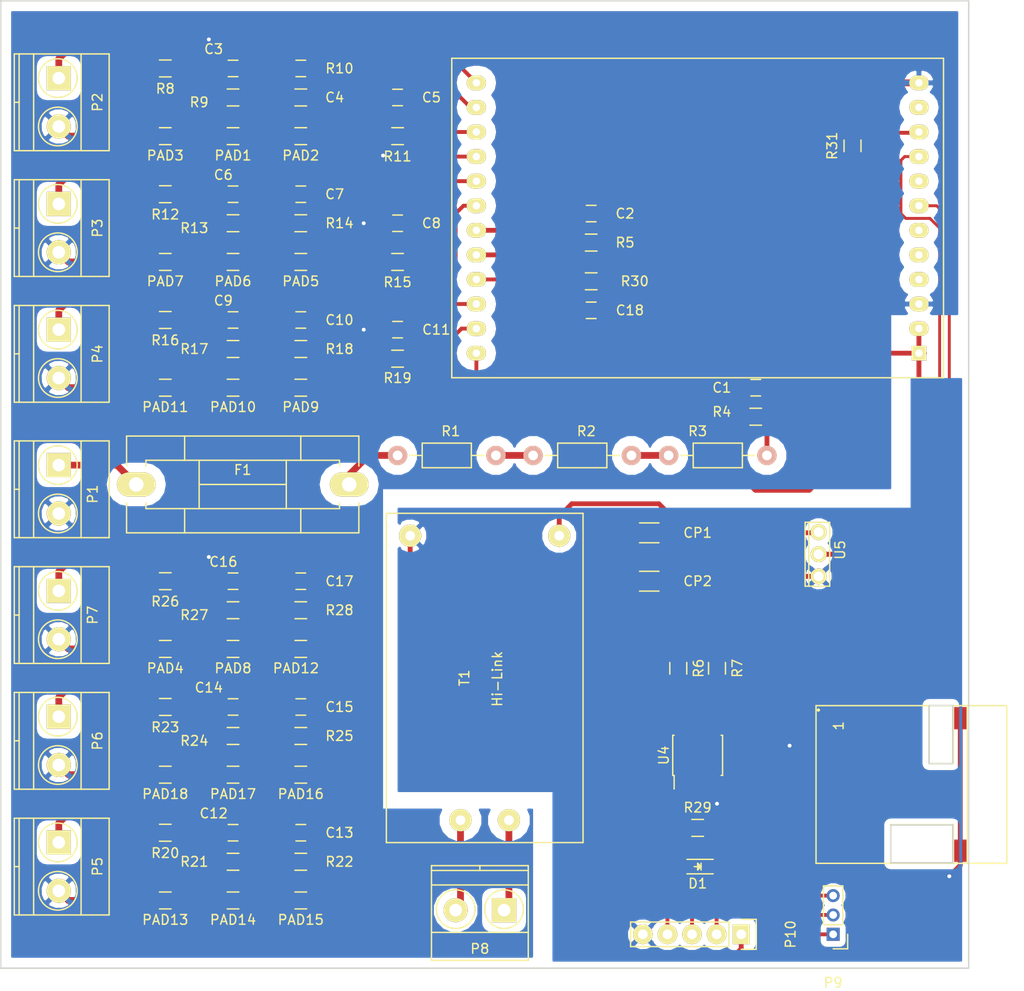
<source format=kicad_pcb>
(kicad_pcb (version 4) (host pcbnew 4.0.2-stable)
  (layers (0 F.Cu signal) (31 B.Cu signal) (34 B.Paste user) (35 F.Paste user) (36 B.SilkS user) (37 F.SilkS user) (38 B.Mask user) (39 F.Mask user) (44 Edge.Cuts user))
  (net 0 "")
  (net 1 VP)
  (net 2 VN)
  (net 3 "Net-(C3-Pad1)")
  (net 4 IAP)
  (net 5 IAN)
  (net 6 "Net-(C6-Pad1)")
  (net 7 IBP)
  (net 8 IBN)
  (net 9 "Net-(C9-Pad1)")
  (net 10 ICP)
  (net 11 ICN)
  (net 12 "Net-(C12-Pad1)")
  (net 13 IDP)
  (net 14 "Net-(C14-Pad1)")
  (net 15 IEP)
  (net 16 "Net-(C16-Pad1)")
  (net 17 IFP)
  (net 18 IN)
  (net 19 "Net-(CP1-Pad1)")
  (net 20 GNDD)
  (net 21 +3V3)
  (net 22 "Net-(D1-Pad2)")
  (net 23 PA07)
  (net 24 "Net-(F1-Pad2)")
  (net 25 "Net-(P2-Pad1)")
  (net 26 "Net-(P3-Pad1)")
  (net 27 "Net-(P4-Pad1)")
  (net 28 "Net-(P5-Pad1)")
  (net 29 "Net-(P6-Pad1)")
  (net 30 "Net-(P7-Pad1)")
  (net 31 "Net-(R1-Pad2)")
  (net 32 "Net-(R2-Pad2)")
  (net 33 MOSI/SDA)
  (net 34 PA17/SCL)
  (net 35 SS/HSA)
  (net 36 IRQ)
  (net 37 IRQ1)
  (net 38 HSCLK)
  (net 39 MISO/HSD)
  (net 40 RESET)
  (net 41 PA18)
  (net 42 PA19)
  (net 43 "Net-(U4-Pad1)")
  (net 44 "Net-(U4-Pad2)")
  (net 45 "Net-(U4-Pad3)")
  (net 46 "Net-(U4-Pad7)")
  (net 47 GNDA)
  (net 48 "Net-(F1-Pad1)")
  (net 49 "Net-(P8-Pad1)")
  (net 50 "Net-(P8-Pad2)")
  (net 51 PA31)
  (net 52 PA30)
  (net 53 RST)
  (module Capacitors_SMD:C_0805_HandSoldering (layer F.Cu) (at 186 74 180)
    (fp_text reference C1 (at 3.5 0 180) (layer F.SilkS))
    (fp_text value 33nF)
    (pad 1 smd rect (at -1.25 0 180) (size 1.5 1.25) (layers F.Cu F.Paste F.Mask) (net 1 VP))
    (pad 2 smd rect (at 1.25 0 180) (size 1.5 1.25) (layers F.Cu F.Paste F.Mask) (net 47 GNDA))
  )
  (module Capacitors_SMD:C_0805_HandSoldering (layer F.Cu) (at 169 56)
    (fp_text reference C2 (at 3.5 0) (layer F.SilkS))
    (fp_text value 33nF)
    (pad 1 smd rect (at -1.25 0) (size 1.5 1.25) (layers F.Cu F.Paste F.Mask) (net 2 VN))
    (pad 2 smd rect (at 1.25 0) (size 1.5 1.25) (layers F.Cu F.Paste F.Mask) (net 47 GNDA))
  )
  (module Capacitors_SMD:C_0805_HandSoldering (layer F.Cu) (at 132 41 180)
    (fp_text reference C3 (at 2 2 180) (layer F.SilkS))
    (fp_text value 22nF)
    (pad 1 smd rect (at -1.25 0 180) (size 1.5 1.25) (layers F.Cu F.Paste F.Mask) (net 3 "Net-(C3-Pad1)"))
    (pad 2 smd rect (at 1.25 0 180) (size 1.5 1.25) (layers F.Cu F.Paste F.Mask) (net 47 GNDA))
  )
  (module Capacitors_SMD:C_0805_HandSoldering (layer F.Cu) (at 139 41 180)
    (fp_text reference C4 (at -3.5 -3 180) (layer F.SilkS))
    (fp_text value 22nF)
    (pad 1 smd rect (at -1.25 0 180) (size 1.5 1.25) (layers F.Cu F.Paste F.Mask) (net 4 IAP))
    (pad 2 smd rect (at 1.25 0 180) (size 1.5 1.25) (layers F.Cu F.Paste F.Mask) (net 47 GNDA))
  )
  (module Capacitors_SMD:C_0805_HandSoldering (layer F.Cu) (at 149 44 180)
    (fp_text reference C5 (at -3.5 0 180) (layer F.SilkS))
    (fp_text value 22nF)
    (pad 1 smd rect (at -1.25 0 180) (size 1.5 1.25) (layers F.Cu F.Paste F.Mask) (net 5 IAN))
    (pad 2 smd rect (at 1.25 0 180) (size 1.5 1.25) (layers F.Cu F.Paste F.Mask) (net 47 GNDA))
  )
  (module Capacitors_SMD:C_0805_HandSoldering (layer F.Cu) (at 132 54 180)
    (fp_text reference C6 (at 1 2 180) (layer F.SilkS))
    (fp_text value 22nF)
    (pad 1 smd rect (at -1.25 0 180) (size 1.5 1.25) (layers F.Cu F.Paste F.Mask) (net 6 "Net-(C6-Pad1)"))
    (pad 2 smd rect (at 1.25 0 180) (size 1.5 1.25) (layers F.Cu F.Paste F.Mask) (net 47 GNDA))
  )
  (module Capacitors_SMD:C_0805_HandSoldering (layer F.Cu) (at 139 54 180)
    (fp_text reference C7 (at -3.5 0 180) (layer F.SilkS))
    (fp_text value 22nF)
    (pad 1 smd rect (at -1.25 0 180) (size 1.5 1.25) (layers F.Cu F.Paste F.Mask) (net 7 IBP))
    (pad 2 smd rect (at 1.25 0 180) (size 1.5 1.25) (layers F.Cu F.Paste F.Mask) (net 47 GNDA))
  )
  (module Capacitors_SMD:C_0805_HandSoldering (layer F.Cu) (at 149 57 180)
    (fp_text reference C8 (at -3.5 0 180) (layer F.SilkS))
    (fp_text value 22nF)
    (pad 1 smd rect (at -1.25 0 180) (size 1.5 1.25) (layers F.Cu F.Paste F.Mask) (net 8 IBN))
    (pad 2 smd rect (at 1.25 0 180) (size 1.5 1.25) (layers F.Cu F.Paste F.Mask) (net 47 GNDA))
  )
  (module Capacitors_SMD:C_0805_HandSoldering (layer F.Cu) (at 132 67 180)
    (fp_text reference C9 (at 1 2 180) (layer F.SilkS))
    (fp_text value 22nF)
    (pad 1 smd rect (at -1.25 0 180) (size 1.5 1.25) (layers F.Cu F.Paste F.Mask) (net 9 "Net-(C9-Pad1)"))
    (pad 2 smd rect (at 1.25 0 180) (size 1.5 1.25) (layers F.Cu F.Paste F.Mask) (net 47 GNDA))
  )
  (module Capacitors_SMD:C_0805_HandSoldering (layer F.Cu) (at 139 67 180)
    (fp_text reference C10 (at -4 0 180) (layer F.SilkS))
    (fp_text value 22nF)
    (pad 1 smd rect (at -1.25 0 180) (size 1.5 1.25) (layers F.Cu F.Paste F.Mask) (net 10 ICP))
    (pad 2 smd rect (at 1.25 0 180) (size 1.5 1.25) (layers F.Cu F.Paste F.Mask) (net 47 GNDA))
  )
  (module Capacitors_SMD:C_0805_HandSoldering (layer F.Cu) (at 149 68 180)
    (fp_text reference C11 (at -4 0 180) (layer F.SilkS))
    (fp_text value 22nF)
    (pad 1 smd rect (at -1.25 0 180) (size 1.5 1.25) (layers F.Cu F.Paste F.Mask) (net 11 ICN))
    (pad 2 smd rect (at 1.25 0 180) (size 1.5 1.25) (layers F.Cu F.Paste F.Mask) (net 47 GNDA))
  )
  (module Capacitors_SMD:C_0805_HandSoldering (layer F.Cu) (at 132 120 180)
    (fp_text reference C12 (at 2 2 180) (layer F.SilkS))
    (fp_text value 22nF)
    (pad 1 smd rect (at -1.25 0 180) (size 1.5 1.25) (layers F.Cu F.Paste F.Mask) (net 12 "Net-(C12-Pad1)"))
    (pad 2 smd rect (at 1.25 0 180) (size 1.5 1.25) (layers F.Cu F.Paste F.Mask) (net 47 GNDA))
  )
  (module Capacitors_SMD:C_0805_HandSoldering (layer F.Cu) (at 139 120 180)
    (fp_text reference C13 (at -4 0 180) (layer F.SilkS))
    (fp_text value 22nF)
    (pad 1 smd rect (at -1.25 0 180) (size 1.5 1.25) (layers F.Cu F.Paste F.Mask) (net 13 IDP))
    (pad 2 smd rect (at 1.25 0 180) (size 1.5 1.25) (layers F.Cu F.Paste F.Mask) (net 47 GNDA))
  )
  (module Capacitors_SMD:C_0805_HandSoldering (layer F.Cu) (at 132 107 180)
    (fp_text reference C14 (at 2.5 2 180) (layer F.SilkS))
    (fp_text value 22nF)
    (pad 1 smd rect (at -1.25 0 180) (size 1.5 1.25) (layers F.Cu F.Paste F.Mask) (net 14 "Net-(C14-Pad1)"))
    (pad 2 smd rect (at 1.25 0 180) (size 1.5 1.25) (layers F.Cu F.Paste F.Mask) (net 47 GNDA))
  )
  (module Capacitors_SMD:C_0805_HandSoldering (layer F.Cu) (at 139 107 180)
    (fp_text reference C15 (at -4 0 180) (layer F.SilkS))
    (fp_text value 22nF)
    (pad 1 smd rect (at -1.25 0 180) (size 1.5 1.25) (layers F.Cu F.Paste F.Mask) (net 15 IEP))
    (pad 2 smd rect (at 1.25 0 180) (size 1.5 1.25) (layers F.Cu F.Paste F.Mask) (net 47 GNDA))
  )
  (module Capacitors_SMD:C_0805_HandSoldering (layer F.Cu) (at 132 94 180)
    (fp_text reference C16 (at 1 2 180) (layer F.SilkS))
    (fp_text value 22nF)
    (pad 1 smd rect (at -1.25 0 180) (size 1.5 1.25) (layers F.Cu F.Paste F.Mask) (net 16 "Net-(C16-Pad1)"))
    (pad 2 smd rect (at 1.25 0 180) (size 1.5 1.25) (layers F.Cu F.Paste F.Mask) (net 47 GNDA))
  )
  (module Capacitors_SMD:C_0805_HandSoldering (layer F.Cu) (at 139 94 180)
    (fp_text reference C17 (at -4 0 180) (layer F.SilkS))
    (fp_text value 22nF)
    (pad 1 smd rect (at -1.25 0 180) (size 1.5 1.25) (layers F.Cu F.Paste F.Mask) (net 17 IFP))
    (pad 2 smd rect (at 1.25 0 180) (size 1.5 1.25) (layers F.Cu F.Paste F.Mask) (net 47 GNDA))
  )
  (module Capacitors_SMD:C_0805_HandSoldering (layer F.Cu) (at 169 66)
    (fp_text reference C18 (at 4 0) (layer F.SilkS))
    (fp_text value 22nF)
    (pad 1 smd rect (at -1.25 0) (size 1.5 1.25) (layers F.Cu F.Paste F.Mask) (net 18 IN))
    (pad 2 smd rect (at 1.25 0) (size 1.5 1.25) (layers F.Cu F.Paste F.Mask) (net 47 GNDA))
  )
  (module LEDs:LED_0805 (layer F.Cu) (at 180 123.5 180)
    (fp_text reference D1 (at 0 -1.75 180) (layer F.SilkS))
    (fp_text value Led)
    (pad 2 smd rect (at 1.04902 0) (size 1.19888 1.19888) (layers F.Cu F.Paste F.Mask) (net 22 "Net-(D1-Pad2)"))
    (pad 1 smd rect (at -1.04902 0) (size 1.19888 1.19888) (layers F.Cu F.Paste F.Mask) (net 23 PA07))
  )
  (module Fuse_Holders_and_Fuses:Fuseholder5x20_horiz_SemiClosed_Casing10x25mm (layer F.Cu) (at 133 84)
    (fp_text reference F1 (at 0 -1.5) (layer F.SilkS))
    (fp_text value FUSE)
    (pad 2 thru_hole oval (at 11.00074 0 270) (size 2.49936 4.0005) (drill 1.50114) (layers *.Cu *.Mask F.SilkS) (net 24 "Net-(F1-Pad2)"))
    (pad 1 thru_hole oval (at -11.00074 0 270) (size 2.49936 4.0005) (drill 1.50114) (layers *.Cu *.Mask F.SilkS) (net 48 "Net-(F1-Pad1)"))
  )
  (module Terminal_Blocks:TerminalBlock_Pheonix_MKDS1.5-2pol (layer F.Cu) (at 114 82 270)
    (fp_text reference P1 (at 3 -3.5 270) (layer F.SilkS))
    (fp_text value CONN_2_V)
    (pad 1 thru_hole rect (at 0 0 270) (size 2.5 2.5) (drill 1.3) (layers *.Cu *.Mask F.SilkS) (net 48 "Net-(F1-Pad1)"))
    (pad 2 thru_hole circle (at 5 0 270) (size 2.5 2.5) (drill 1.3) (layers *.Cu *.Mask F.SilkS) (net 47 GNDA))
  )
  (module Terminal_Blocks:TerminalBlock_Pheonix_MKDS1.5-2pol (layer F.Cu) (at 114 42 270)
    (fp_text reference P2 (at 2.5 -4 270) (layer F.SilkS))
    (fp_text value CONN_2_V)
    (pad 1 thru_hole rect (at 0 0 270) (size 2.5 2.5) (drill 1.3) (layers *.Cu *.Mask F.SilkS) (net 25 "Net-(P2-Pad1)"))
    (pad 2 thru_hole circle (at 5 0 270) (size 2.5 2.5) (drill 1.3) (layers *.Cu *.Mask F.SilkS) (net 47 GNDA))
  )
  (module Terminal_Blocks:TerminalBlock_Pheonix_MKDS1.5-2pol (layer F.Cu) (at 114 55 270)
    (fp_text reference P3 (at 2.5 -4 270) (layer F.SilkS))
    (fp_text value CONN_2_V)
    (pad 1 thru_hole rect (at 0 0 270) (size 2.5 2.5) (drill 1.3) (layers *.Cu *.Mask F.SilkS) (net 26 "Net-(P3-Pad1)"))
    (pad 2 thru_hole circle (at 5 0 270) (size 2.5 2.5) (drill 1.3) (layers *.Cu *.Mask F.SilkS) (net 47 GNDA))
  )
  (module Terminal_Blocks:TerminalBlock_Pheonix_MKDS1.5-2pol (layer F.Cu) (at 114 68 270)
    (fp_text reference P4 (at 2.5 -4 270) (layer F.SilkS))
    (fp_text value CONN_2_V)
    (pad 1 thru_hole rect (at 0 0 270) (size 2.5 2.5) (drill 1.3) (layers *.Cu *.Mask F.SilkS) (net 27 "Net-(P4-Pad1)"))
    (pad 2 thru_hole circle (at 5 0 270) (size 2.5 2.5) (drill 1.3) (layers *.Cu *.Mask F.SilkS) (net 47 GNDA))
  )
  (module Terminal_Blocks:TerminalBlock_Pheonix_MKDS1.5-2pol (layer F.Cu) (at 114 121 270)
    (fp_text reference P5 (at 2.5 -4 270) (layer F.SilkS))
    (fp_text value CONN_2_V)
    (pad 1 thru_hole rect (at 0 0 270) (size 2.5 2.5) (drill 1.3) (layers *.Cu *.Mask F.SilkS) (net 28 "Net-(P5-Pad1)"))
    (pad 2 thru_hole circle (at 5 0 270) (size 2.5 2.5) (drill 1.3) (layers *.Cu *.Mask F.SilkS) (net 47 GNDA))
  )
  (module Terminal_Blocks:TerminalBlock_Pheonix_MKDS1.5-2pol (layer F.Cu) (at 114 108 270)
    (fp_text reference P6 (at 2.5 -4 270) (layer F.SilkS))
    (fp_text value CONN_2_V)
    (pad 1 thru_hole rect (at 0 0 270) (size 2.5 2.5) (drill 1.3) (layers *.Cu *.Mask F.SilkS) (net 29 "Net-(P6-Pad1)"))
    (pad 2 thru_hole circle (at 5 0 270) (size 2.5 2.5) (drill 1.3) (layers *.Cu *.Mask F.SilkS) (net 47 GNDA))
  )
  (module Terminal_Blocks:TerminalBlock_Pheonix_MKDS1.5-2pol (layer F.Cu) (at 114 95 270)
    (fp_text reference P7 (at 2.5 -3.5 270) (layer F.SilkS))
    (fp_text value CONN_2_V)
    (pad 1 thru_hole rect (at 0 0 270) (size 2.5 2.5) (drill 1.3) (layers *.Cu *.Mask F.SilkS) (net 30 "Net-(P7-Pad1)"))
    (pad 2 thru_hole circle (at 5 0 270) (size 2.5 2.5) (drill 1.3) (layers *.Cu *.Mask F.SilkS) (net 47 GNDA))
  )
  (module Resistors_SMD:R_0805 (layer F.Cu) (at 132 48)
    (fp_text reference PAD1 (at 0 2) (layer F.SilkS))
    (fp_text value "")
    (pad 1 smd rect (at -0.95 0) (size 0.7 1.3) (layers F.Cu F.Paste F.Mask) (net 25 "Net-(P2-Pad1)"))
    (pad 2 smd rect (at 0.95 0) (size 0.7 1.3) (layers F.Cu F.Paste F.Mask) (net 3 "Net-(C3-Pad1)"))
  )
  (module Resistors_SMD:R_0805 (layer F.Cu) (at 139 48)
    (fp_text reference PAD2 (at 0 2) (layer F.SilkS))
    (fp_text value "")
    (pad 1 smd rect (at -0.95 0) (size 0.7 1.3) (layers F.Cu F.Paste F.Mask) (net 3 "Net-(C3-Pad1)"))
    (pad 2 smd rect (at 0.95 0) (size 0.7 1.3) (layers F.Cu F.Paste F.Mask) (net 4 IAP))
  )
  (module Resistors_SMD:R_0805 (layer F.Cu) (at 125 48)
    (fp_text reference PAD3 (at 0 2) (layer F.SilkS))
    (fp_text value "")
    (pad 1 smd rect (at -0.95 0) (size 0.7 1.3) (layers F.Cu F.Paste F.Mask) (net 47 GNDA))
    (pad 2 smd rect (at 0.95 0) (size 0.7 1.3) (layers F.Cu F.Paste F.Mask) (net 25 "Net-(P2-Pad1)"))
  )
  (module Resistors_SMD:R_0805 (layer F.Cu) (at 125 101)
    (fp_text reference PAD4 (at 0 2) (layer F.SilkS))
    (fp_text value "")
    (pad 1 smd rect (at -0.95 0) (size 0.7 1.3) (layers F.Cu F.Paste F.Mask) (net 47 GNDA))
    (pad 2 smd rect (at 0.95 0) (size 0.7 1.3) (layers F.Cu F.Paste F.Mask) (net 30 "Net-(P7-Pad1)"))
  )
  (module Resistors_SMD:R_0805 (layer F.Cu) (at 139 61)
    (fp_text reference PAD5 (at 0 2) (layer F.SilkS))
    (fp_text value "")
    (pad 1 smd rect (at -0.95 0) (size 0.7 1.3) (layers F.Cu F.Paste F.Mask) (net 6 "Net-(C6-Pad1)"))
    (pad 2 smd rect (at 0.95 0) (size 0.7 1.3) (layers F.Cu F.Paste F.Mask) (net 7 IBP))
  )
  (module Resistors_SMD:R_0805 (layer F.Cu) (at 132 61)
    (fp_text reference PAD6 (at 0 2) (layer F.SilkS))
    (fp_text value "")
    (pad 1 smd rect (at -0.95 0) (size 0.7 1.3) (layers F.Cu F.Paste F.Mask) (net 26 "Net-(P3-Pad1)"))
    (pad 2 smd rect (at 0.95 0) (size 0.7 1.3) (layers F.Cu F.Paste F.Mask) (net 6 "Net-(C6-Pad1)"))
  )
  (module Resistors_SMD:R_0805 (layer F.Cu) (at 125 61)
    (fp_text reference PAD7 (at 0 2) (layer F.SilkS))
    (fp_text value "")
    (pad 1 smd rect (at -0.95 0) (size 0.7 1.3) (layers F.Cu F.Paste F.Mask) (net 47 GNDA))
    (pad 2 smd rect (at 0.95 0) (size 0.7 1.3) (layers F.Cu F.Paste F.Mask) (net 26 "Net-(P3-Pad1)"))
  )
  (module Resistors_SMD:R_0805 (layer F.Cu) (at 132 101)
    (fp_text reference PAD8 (at 0 2) (layer F.SilkS))
    (fp_text value "")
    (pad 1 smd rect (at -0.95 0) (size 0.7 1.3) (layers F.Cu F.Paste F.Mask) (net 30 "Net-(P7-Pad1)"))
    (pad 2 smd rect (at 0.95 0) (size 0.7 1.3) (layers F.Cu F.Paste F.Mask) (net 16 "Net-(C16-Pad1)"))
  )
  (module Resistors_SMD:R_0805 (layer F.Cu) (at 139 74)
    (fp_text reference PAD9 (at 0 2) (layer F.SilkS))
    (fp_text value "")
    (pad 1 smd rect (at -0.95 0) (size 0.7 1.3) (layers F.Cu F.Paste F.Mask) (net 9 "Net-(C9-Pad1)"))
    (pad 2 smd rect (at 0.95 0) (size 0.7 1.3) (layers F.Cu F.Paste F.Mask) (net 10 ICP))
  )
  (module Resistors_SMD:R_0805 (layer F.Cu) (at 132 74)
    (fp_text reference PAD10 (at 0 2) (layer F.SilkS))
    (fp_text value "")
    (pad 1 smd rect (at -0.95 0) (size 0.7 1.3) (layers F.Cu F.Paste F.Mask) (net 27 "Net-(P4-Pad1)"))
    (pad 2 smd rect (at 0.95 0) (size 0.7 1.3) (layers F.Cu F.Paste F.Mask) (net 9 "Net-(C9-Pad1)"))
  )
  (module Resistors_SMD:R_0805 (layer F.Cu) (at 125 74)
    (fp_text reference PAD11 (at 0 2) (layer F.SilkS))
    (fp_text value "")
    (pad 1 smd rect (at -0.95 0) (size 0.7 1.3) (layers F.Cu F.Paste F.Mask) (net 47 GNDA))
    (pad 2 smd rect (at 0.95 0) (size 0.7 1.3) (layers F.Cu F.Paste F.Mask) (net 27 "Net-(P4-Pad1)"))
  )
  (module Resistors_SMD:R_0805 (layer F.Cu) (at 139 101)
    (fp_text reference PAD12 (at -0.5 2) (layer F.SilkS))
    (fp_text value "")
    (pad 1 smd rect (at -0.95 0) (size 0.7 1.3) (layers F.Cu F.Paste F.Mask) (net 16 "Net-(C16-Pad1)"))
    (pad 2 smd rect (at 0.95 0) (size 0.7 1.3) (layers F.Cu F.Paste F.Mask) (net 17 IFP))
  )
  (module Resistors_SMD:R_0805 (layer F.Cu) (at 125 127)
    (fp_text reference PAD13 (at 0 2) (layer F.SilkS))
    (fp_text value "" hide)
    (pad 1 smd rect (at -0.95 0) (size 0.7 1.3) (layers F.Cu F.Paste F.Mask) (net 47 GNDA))
    (pad 2 smd rect (at 0.95 0) (size 0.7 1.3) (layers F.Cu F.Paste F.Mask) (net 28 "Net-(P5-Pad1)"))
  )
  (module Resistors_SMD:R_0805 (layer F.Cu) (at 132 127)
    (fp_text reference PAD14 (at 0 2) (layer F.SilkS))
    (fp_text value "")
    (pad 1 smd rect (at -0.95 0) (size 0.7 1.3) (layers F.Cu F.Paste F.Mask) (net 28 "Net-(P5-Pad1)"))
    (pad 2 smd rect (at 0.95 0) (size 0.7 1.3) (layers F.Cu F.Paste F.Mask) (net 12 "Net-(C12-Pad1)"))
  )
  (module Resistors_SMD:R_0805 (layer F.Cu) (at 139 127)
    (fp_text reference PAD15 (at 0 2) (layer F.SilkS))
    (fp_text value "")
    (pad 1 smd rect (at -0.95 0) (size 0.7 1.3) (layers F.Cu F.Paste F.Mask) (net 12 "Net-(C12-Pad1)"))
    (pad 2 smd rect (at 0.95 0) (size 0.7 1.3) (layers F.Cu F.Paste F.Mask) (net 13 IDP))
  )
  (module Resistors_SMD:R_0805 (layer F.Cu) (at 139 114)
    (fp_text reference PAD16 (at 0 2) (layer F.SilkS))
    (fp_text value "")
    (pad 1 smd rect (at -0.95 0) (size 0.7 1.3) (layers F.Cu F.Paste F.Mask) (net 14 "Net-(C14-Pad1)"))
    (pad 2 smd rect (at 0.95 0) (size 0.7 1.3) (layers F.Cu F.Paste F.Mask) (net 15 IEP))
  )
  (module Resistors_SMD:R_0805 (layer F.Cu) (at 132 114)
    (fp_text reference PAD17 (at 0 2) (layer F.SilkS))
    (fp_text value "")
    (pad 1 smd rect (at -0.95 0) (size 0.7 1.3) (layers F.Cu F.Paste F.Mask) (net 29 "Net-(P6-Pad1)"))
    (pad 2 smd rect (at 0.95 0) (size 0.7 1.3) (layers F.Cu F.Paste F.Mask) (net 14 "Net-(C14-Pad1)"))
  )
  (module Resistors_SMD:R_0805 (layer F.Cu) (at 125 114)
    (fp_text reference PAD18 (at 0 2) (layer F.SilkS))
    (fp_text value "")
    (pad 1 smd rect (at -0.95 0) (size 0.7 1.3) (layers F.Cu F.Paste F.Mask) (net 47 GNDA))
    (pad 2 smd rect (at 0.95 0) (size 0.7 1.3) (layers F.Cu F.Paste F.Mask) (net 29 "Net-(P6-Pad1)"))
  )
  (module Resistors_ThroughHole:Resistor_Horizontal_RM10mm (layer F.Cu) (at 149 81)
    (fp_text reference R1 (at 5.5 -2.5) (layer F.SilkS))
    (fp_text value 333K)
    (pad 1 thru_hole circle (at 0 0) (size 1.99898 1.99898) (drill 1.00076) (layers *.Cu *.SilkS *.Mask) (net 24 "Net-(F1-Pad2)"))
    (pad 2 thru_hole circle (at 10.16 0) (size 1.99898 1.99898) (drill 1.00076) (layers *.Cu *.SilkS *.Mask) (net 31 "Net-(R1-Pad2)"))
  )
  (module Resistors_ThroughHole:Resistor_Horizontal_RM10mm (layer F.Cu) (at 163 81)
    (fp_text reference R2 (at 5.5 -2.5) (layer F.SilkS))
    (fp_text value 333K)
    (pad 1 thru_hole circle (at 0 0) (size 1.99898 1.99898) (drill 1.00076) (layers *.Cu *.SilkS *.Mask) (net 31 "Net-(R1-Pad2)"))
    (pad 2 thru_hole circle (at 10.16 0) (size 1.99898 1.99898) (drill 1.00076) (layers *.Cu *.SilkS *.Mask) (net 32 "Net-(R2-Pad2)"))
  )
  (module Resistors_ThroughHole:Resistor_Horizontal_RM10mm (layer F.Cu) (at 177 81)
    (fp_text reference R3 (at 3 -2.5) (layer F.SilkS))
    (fp_text value 333K)
    (pad 1 thru_hole circle (at 0 0) (size 1.99898 1.99898) (drill 1.00076) (layers *.Cu *.SilkS *.Mask) (net 32 "Net-(R2-Pad2)"))
    (pad 2 thru_hole circle (at 10.16 0) (size 1.99898 1.99898) (drill 1.00076) (layers *.Cu *.SilkS *.Mask) (net 1 VP))
  )
  (module Resistors_SMD:R_0805_HandSoldering (layer F.Cu) (at 186 77 180)
    (fp_text reference R4 (at 3.5 0.5 180) (layer F.SilkS))
    (fp_text value 1K)
    (pad 1 smd rect (at -1.35 0 180) (size 1.5 1.3) (layers F.Cu F.Paste F.Mask) (net 1 VP))
    (pad 2 smd rect (at 1.35 0 180) (size 1.5 1.3) (layers F.Cu F.Paste F.Mask) (net 47 GNDA))
  )
  (module Resistors_SMD:R_0805_HandSoldering (layer F.Cu) (at 169 59)
    (fp_text reference R5 (at 3.5 0) (layer F.SilkS))
    (fp_text value 10K)
    (pad 1 smd rect (at -1.35 0) (size 1.5 1.3) (layers F.Cu F.Paste F.Mask) (net 2 VN))
    (pad 2 smd rect (at 1.35 0) (size 1.5 1.3) (layers F.Cu F.Paste F.Mask) (net 47 GNDA))
  )
  (module Resistors_SMD:R_0805_HandSoldering (layer F.Cu) (at 178 103 270)
    (fp_text reference R6 (at 0 -2.1 270) (layer F.SilkS))
    (fp_text value 10K)
    (pad 1 smd rect (at -1.35 0 270) (size 1.5 1.3) (layers F.Cu F.Paste F.Mask) (net 21 +3V3))
    (pad 2 smd rect (at 1.35 0 270) (size 1.5 1.3) (layers F.Cu F.Paste F.Mask) (net 34 PA17/SCL))
  )
  (module Resistors_SMD:R_0805_HandSoldering (layer F.Cu) (at 182 103 270)
    (fp_text reference R7 (at 0 -2.1 270) (layer F.SilkS))
    (fp_text value 10K)
    (pad 1 smd rect (at -1.35 0 270) (size 1.5 1.3) (layers F.Cu F.Paste F.Mask) (net 21 +3V3))
    (pad 2 smd rect (at 1.35 0 270) (size 1.5 1.3) (layers F.Cu F.Paste F.Mask) (net 33 MOSI/SDA))
  )
  (module Resistors_SMD:R_0805_HandSoldering (layer F.Cu) (at 125 41 180)
    (fp_text reference R8 (at 0 -2.1 180) (layer F.SilkS))
    (fp_text value R)
    (pad 1 smd rect (at -1.35 0 180) (size 1.5 1.3) (layers F.Cu F.Paste F.Mask) (net 25 "Net-(P2-Pad1)"))
    (pad 2 smd rect (at 1.35 0 180) (size 1.5 1.3) (layers F.Cu F.Paste F.Mask) (net 47 GNDA))
  )
  (module Resistors_SMD:R_0805_HandSoldering (layer F.Cu) (at 132 44)
    (fp_text reference R9 (at -3.5 0.5) (layer F.SilkS))
    (fp_text value 100)
    (pad 1 smd rect (at -1.35 0) (size 1.5 1.3) (layers F.Cu F.Paste F.Mask) (net 25 "Net-(P2-Pad1)"))
    (pad 2 smd rect (at 1.35 0) (size 1.5 1.3) (layers F.Cu F.Paste F.Mask) (net 3 "Net-(C3-Pad1)"))
  )
  (module Resistors_SMD:R_0805_HandSoldering (layer F.Cu) (at 139 44)
    (fp_text reference R10 (at 4 -3) (layer F.SilkS))
    (fp_text value 1K)
    (pad 1 smd rect (at -1.35 0) (size 1.5 1.3) (layers F.Cu F.Paste F.Mask) (net 3 "Net-(C3-Pad1)"))
    (pad 2 smd rect (at 1.35 0) (size 1.5 1.3) (layers F.Cu F.Paste F.Mask) (net 4 IAP))
  )
  (module Resistors_SMD:R_0805_HandSoldering (layer F.Cu) (at 149 48 180)
    (fp_text reference R11 (at 0 -2.1 180) (layer F.SilkS))
    (fp_text value 1K)
    (pad 1 smd rect (at -1.35 0 180) (size 1.5 1.3) (layers F.Cu F.Paste F.Mask) (net 5 IAN))
    (pad 2 smd rect (at 1.35 0 180) (size 1.5 1.3) (layers F.Cu F.Paste F.Mask) (net 47 GNDA))
  )
  (module Resistors_SMD:R_0805_HandSoldering (layer F.Cu) (at 125 54 180)
    (fp_text reference R12 (at 0 -2.1 180) (layer F.SilkS))
    (fp_text value R)
    (pad 1 smd rect (at -1.35 0 180) (size 1.5 1.3) (layers F.Cu F.Paste F.Mask) (net 26 "Net-(P3-Pad1)"))
    (pad 2 smd rect (at 1.35 0 180) (size 1.5 1.3) (layers F.Cu F.Paste F.Mask) (net 47 GNDA))
  )
  (module Resistors_SMD:R_0805_HandSoldering (layer F.Cu) (at 132 57)
    (fp_text reference R13 (at -4 0.5) (layer F.SilkS))
    (fp_text value 100)
    (pad 1 smd rect (at -1.35 0) (size 1.5 1.3) (layers F.Cu F.Paste F.Mask) (net 26 "Net-(P3-Pad1)"))
    (pad 2 smd rect (at 1.35 0) (size 1.5 1.3) (layers F.Cu F.Paste F.Mask) (net 6 "Net-(C6-Pad1)"))
  )
  (module Resistors_SMD:R_0805_HandSoldering (layer F.Cu) (at 139 57)
    (fp_text reference R14 (at 4 0) (layer F.SilkS))
    (fp_text value R)
    (pad 1 smd rect (at -1.35 0) (size 1.5 1.3) (layers F.Cu F.Paste F.Mask) (net 6 "Net-(C6-Pad1)"))
    (pad 2 smd rect (at 1.35 0) (size 1.5 1.3) (layers F.Cu F.Paste F.Mask) (net 7 IBP))
  )
  (module Resistors_SMD:R_0805_HandSoldering (layer F.Cu) (at 149 61 180)
    (fp_text reference R15 (at 0 -2.1 180) (layer F.SilkS))
    (fp_text value 1K)
    (pad 1 smd rect (at -1.35 0 180) (size 1.5 1.3) (layers F.Cu F.Paste F.Mask) (net 8 IBN))
    (pad 2 smd rect (at 1.35 0 180) (size 1.5 1.3) (layers F.Cu F.Paste F.Mask) (net 47 GNDA))
  )
  (module Resistors_SMD:R_0805_HandSoldering (layer F.Cu) (at 125 67 180)
    (fp_text reference R16 (at 0 -2.1 180) (layer F.SilkS))
    (fp_text value R)
    (pad 1 smd rect (at -1.35 0 180) (size 1.5 1.3) (layers F.Cu F.Paste F.Mask) (net 27 "Net-(P4-Pad1)"))
    (pad 2 smd rect (at 1.35 0 180) (size 1.5 1.3) (layers F.Cu F.Paste F.Mask) (net 47 GNDA))
  )
  (module Resistors_SMD:R_0805_HandSoldering (layer F.Cu) (at 132 70)
    (fp_text reference R17 (at -4 0) (layer F.SilkS))
    (fp_text value 100)
    (pad 1 smd rect (at -1.35 0) (size 1.5 1.3) (layers F.Cu F.Paste F.Mask) (net 27 "Net-(P4-Pad1)"))
    (pad 2 smd rect (at 1.35 0) (size 1.5 1.3) (layers F.Cu F.Paste F.Mask) (net 9 "Net-(C9-Pad1)"))
  )
  (module Resistors_SMD:R_0805_HandSoldering (layer F.Cu) (at 139 70)
    (fp_text reference R18 (at 4 0) (layer F.SilkS))
    (fp_text value 1K)
    (pad 1 smd rect (at -1.35 0) (size 1.5 1.3) (layers F.Cu F.Paste F.Mask) (net 9 "Net-(C9-Pad1)"))
    (pad 2 smd rect (at 1.35 0) (size 1.5 1.3) (layers F.Cu F.Paste F.Mask) (net 10 ICP))
  )
  (module Resistors_SMD:R_0805_HandSoldering (layer F.Cu) (at 149 71 180)
    (fp_text reference R19 (at 0 -2 180) (layer F.SilkS))
    (fp_text value 1K)
    (pad 1 smd rect (at -1.35 0 180) (size 1.5 1.3) (layers F.Cu F.Paste F.Mask) (net 11 ICN))
    (pad 2 smd rect (at 1.35 0 180) (size 1.5 1.3) (layers F.Cu F.Paste F.Mask) (net 47 GNDA))
  )
  (module Resistors_SMD:R_0805_HandSoldering (layer F.Cu) (at 125 120 180)
    (fp_text reference R20 (at 0 -2.1 180) (layer F.SilkS))
    (fp_text value R)
    (pad 1 smd rect (at -1.35 0 180) (size 1.5 1.3) (layers F.Cu F.Paste F.Mask) (net 28 "Net-(P5-Pad1)"))
    (pad 2 smd rect (at 1.35 0 180) (size 1.5 1.3) (layers F.Cu F.Paste F.Mask) (net 47 GNDA))
  )
  (module Resistors_SMD:R_0805_HandSoldering (layer F.Cu) (at 132 123)
    (fp_text reference R21 (at -4 0) (layer F.SilkS))
    (fp_text value 100)
    (pad 1 smd rect (at -1.35 0) (size 1.5 1.3) (layers F.Cu F.Paste F.Mask) (net 28 "Net-(P5-Pad1)"))
    (pad 2 smd rect (at 1.35 0) (size 1.5 1.3) (layers F.Cu F.Paste F.Mask) (net 12 "Net-(C12-Pad1)"))
  )
  (module Resistors_SMD:R_0805_HandSoldering (layer F.Cu) (at 139 123)
    (fp_text reference R22 (at 4 0) (layer F.SilkS))
    (fp_text value 1K)
    (pad 1 smd rect (at -1.35 0) (size 1.5 1.3) (layers F.Cu F.Paste F.Mask) (net 12 "Net-(C12-Pad1)"))
    (pad 2 smd rect (at 1.35 0) (size 1.5 1.3) (layers F.Cu F.Paste F.Mask) (net 13 IDP))
  )
  (module Resistors_SMD:R_0805_HandSoldering (layer F.Cu) (at 125 107 180)
    (fp_text reference R23 (at 0 -2.1 180) (layer F.SilkS))
    (fp_text value R)
    (pad 1 smd rect (at -1.35 0 180) (size 1.5 1.3) (layers F.Cu F.Paste F.Mask) (net 29 "Net-(P6-Pad1)"))
    (pad 2 smd rect (at 1.35 0 180) (size 1.5 1.3) (layers F.Cu F.Paste F.Mask) (net 47 GNDA))
  )
  (module Resistors_SMD:R_0805_HandSoldering (layer F.Cu) (at 132 110)
    (fp_text reference R24 (at -4 0.5) (layer F.SilkS))
    (fp_text value 100)
    (pad 1 smd rect (at -1.35 0) (size 1.5 1.3) (layers F.Cu F.Paste F.Mask) (net 29 "Net-(P6-Pad1)"))
    (pad 2 smd rect (at 1.35 0) (size 1.5 1.3) (layers F.Cu F.Paste F.Mask) (net 14 "Net-(C14-Pad1)"))
  )
  (module Resistors_SMD:R_0805_HandSoldering (layer F.Cu) (at 139 110)
    (fp_text reference R25 (at 4 0) (layer F.SilkS))
    (fp_text value 1K)
    (pad 1 smd rect (at -1.35 0) (size 1.5 1.3) (layers F.Cu F.Paste F.Mask) (net 14 "Net-(C14-Pad1)"))
    (pad 2 smd rect (at 1.35 0) (size 1.5 1.3) (layers F.Cu F.Paste F.Mask) (net 15 IEP))
  )
  (module Resistors_SMD:R_0805_HandSoldering (layer F.Cu) (at 125 94 180)
    (fp_text reference R26 (at 0 -2.1 180) (layer F.SilkS))
    (fp_text value R)
    (pad 1 smd rect (at -1.35 0 180) (size 1.5 1.3) (layers F.Cu F.Paste F.Mask) (net 30 "Net-(P7-Pad1)"))
    (pad 2 smd rect (at 1.35 0 180) (size 1.5 1.3) (layers F.Cu F.Paste F.Mask) (net 47 GNDA))
  )
  (module Resistors_SMD:R_0805_HandSoldering (layer F.Cu) (at 132 97)
    (fp_text reference R27 (at -4 0.5) (layer F.SilkS))
    (fp_text value 100)
    (pad 1 smd rect (at -1.35 0) (size 1.5 1.3) (layers F.Cu F.Paste F.Mask) (net 30 "Net-(P7-Pad1)"))
    (pad 2 smd rect (at 1.35 0) (size 1.5 1.3) (layers F.Cu F.Paste F.Mask) (net 16 "Net-(C16-Pad1)"))
  )
  (module Resistors_SMD:R_0805_HandSoldering (layer F.Cu) (at 139 97)
    (fp_text reference R28 (at 4 0) (layer F.SilkS))
    (fp_text value 1K)
    (pad 1 smd rect (at -1.35 0) (size 1.5 1.3) (layers F.Cu F.Paste F.Mask) (net 16 "Net-(C16-Pad1)"))
    (pad 2 smd rect (at 1.35 0) (size 1.5 1.3) (layers F.Cu F.Paste F.Mask) (net 17 IFP))
  )
  (module Resistors_SMD:R_0805_HandSoldering (layer F.Cu) (at 180 119.5)
    (fp_text reference R29 (at 0 -2.1) (layer F.SilkS))
    (fp_text value 1K)
    (pad 1 smd rect (at -1.35 0) (size 1.5 1.3) (layers F.Cu F.Paste F.Mask) (net 21 +3V3))
    (pad 2 smd rect (at 1.35 0) (size 1.5 1.3) (layers F.Cu F.Paste F.Mask) (net 22 "Net-(D1-Pad2)"))
  )
  (module Resistors_SMD:R_0805_HandSoldering (layer F.Cu) (at 169 63)
    (fp_text reference R30 (at 4.5 0) (layer F.SilkS))
    (fp_text value 1K)
    (pad 1 smd rect (at -1.35 0) (size 1.5 1.3) (layers F.Cu F.Paste F.Mask) (net 18 IN))
    (pad 2 smd rect (at 1.35 0) (size 1.5 1.3) (layers F.Cu F.Paste F.Mask) (net 47 GNDA))
  )
  (module Resistors_SMD:R_0805_HandSoldering (layer F.Cu) (at 196 49 90)
    (fp_text reference R31 (at 0 -2.1 90) (layer F.SilkS))
    (fp_text value 10K)
    (pad 1 smd rect (at -1.35 0 90) (size 1.5 1.3) (layers F.Cu F.Paste F.Mask) (net 21 +3V3))
    (pad 2 smd rect (at 1.35 0 90) (size 1.5 1.3) (layers F.Cu F.Paste F.Mask) (net 35 SS/HSA))
  )
  (module Hi-link:Hi-Link (layer F.Cu) (at 158 104 90)
    (fp_text reference T1 (at 0 -2.1 90) (layer F.SilkS))
    (fp_text value Hi-Link (at -0.1 1.3 90) (layer F.SilkS))
    (pad 2 thru_hole circle (at -14.7 -2.5 90) (size 2.3 2.3) (drill 1) (layers *.Cu *.Mask F.SilkS) (net 50 "Net-(P8-Pad2)"))
    (pad 1 thru_hole circle (at -14.7 2.5 90) (size 2.3 2.3) (drill 1) (layers *.Cu *.Mask F.SilkS) (net 49 "Net-(P8-Pad1)"))
    (pad 3 thru_hole circle (at 14.7 7.7 90) (size 2.3 2.3) (drill 1) (layers *.Cu *.Mask F.SilkS) (net 19 "Net-(CP1-Pad1)"))
    (pad 4 thru_hole circle (at 14.7 -7.7 90) (size 2.3 2.3) (drill 1) (layers *.Cu *.Mask F.SilkS) (net 20 GNDD))
  )
  (module ATSAMR21B18A-MZ210PA-MOD:ATSAMR21B18A-MZ210PA (layer F.Cu) (at 204 115 270)
    (fp_text reference U3 hide)
    (fp_text value ATSAMR21B18-MZ210PA)
    (fp_text user . (at -7.68 11.93 270) (layer F.SilkS) (effects (font (thickness 0.25))))
    (fp_text user 1 (at -6.05 9.43 270) (layer F.SilkS))
    (pad 1 smd rect (at -6.04 11.27 270) (size 1.3 2.6) (layers F.Cu F.Paste F.Mask) (net 21 +3V3))
    (pad 2 smd rect (at -4.04 11.27 270) (size 1.3 2.6) (layers F.Cu F.Paste F.Mask) (net 20 GNDD))
    (pad 3 smd rect (at -2.04 11.27 270) (size 1.3 2.6) (layers F.Cu F.Paste F.Mask) (net 33 MOSI/SDA))
    (pad 4 smd rect (at -0.04 11.27 270) (size 1.3 2.6) (layers F.Cu F.Paste F.Mask) (net 34 PA17/SCL))
    (pad 5 smd rect (at 1.96 11.27 270) (size 1.3 2.6) (layers F.Cu F.Paste F.Mask) (net 41 PA18))
    (pad 6 smd rect (at 3.96 11.27 270) (size 1.3 2.6) (layers F.Cu F.Paste F.Mask) (net 42 PA19))
    (pad 7 smd rect (at 5.96 11.27 270) (size 1.3 2.6) (layers F.Cu F.Paste F.Mask) (net 23 PA07))
    (pad 8 smd rect (at 6.86 -3.13 270) (size 2.3 1.3) (layers F.Cu F.Paste F.Mask) (net 20 GNDD))
    (pad 9 smd rect (at -6.84 -3.13 270) (size 2.3 1.3) (layers F.Cu F.Paste F.Mask) (net 20 GNDD))
  )
  (module Housings_SOIC:SOIC-8_3.9x4.9mm_Pitch1.27mm (layer F.Cu) (at 180 112 90)
    (fp_text reference U4 (at 0 -3.5 90) (layer F.SilkS))
    (fp_text value ECC508)
    (pad 1 smd rect (at -2.7 -1.905 90) (size 1.55 0.6) (layers F.Cu F.Paste F.Mask) (net 43 "Net-(U4-Pad1)"))
    (pad 2 smd rect (at -2.7 -0.635 90) (size 1.55 0.6) (layers F.Cu F.Paste F.Mask) (net 44 "Net-(U4-Pad2)"))
    (pad 3 smd rect (at -2.7 0.635 90) (size 1.55 0.6) (layers F.Cu F.Paste F.Mask) (net 45 "Net-(U4-Pad3)"))
    (pad 4 smd rect (at -2.7 1.905 90) (size 1.55 0.6) (layers F.Cu F.Paste F.Mask) (net 20 GNDD))
    (pad 5 smd rect (at 2.7 1.905 90) (size 1.55 0.6) (layers F.Cu F.Paste F.Mask) (net 33 MOSI/SDA))
    (pad 6 smd rect (at 2.7 0.635 90) (size 1.55 0.6) (layers F.Cu F.Paste F.Mask) (net 34 PA17/SCL))
    (pad 7 smd rect (at 2.7 -0.635 90) (size 1.55 0.6) (layers F.Cu F.Paste F.Mask) (net 46 "Net-(U4-Pad7)"))
    (pad 8 smd rect (at 2.7 -1.905 90) (size 1.55 0.6) (layers F.Cu F.Paste F.Mask) (net 21 +3V3))
  )
  (module TO_SOT_Packages_THT:TO-251AA (layer F.Cu) (at 192.5 93.5 90)
    (fp_text reference U5 (at 2.725 2.225 270) (layer F.SilkS))
    (fp_text value LD1117)
    (pad 2 thru_hole circle (at 2.286 0 270) (size 1.651 1.651) (drill 1.016) (layers *.Cu *.Mask F.SilkS) (net 21 +3V3))
    (pad 3 thru_hole circle (at 4.572 0 270) (size 1.651 1.651) (drill 1.016) (layers *.Cu *.Mask F.SilkS) (net 19 "Net-(CP1-Pad1)"))
    (pad 1 thru_hole circle (at 0 0 270) (size 1.651 1.651) (drill 1.016) (layers *.Cu *.Mask F.SilkS) (net 20 GNDD))
  )
  (module ADE7816-BO:ade7816-breakout (layer F.Cu) (at 180 59 180)
    (fp_text reference U1 hide)
    (fp_text value ADE7816-Breakout)
    (pad 1 thru_hole rect (at -22.86 -11.43 180) (size 1.524 1.524) (drill 0.762) (layers *.Cu *.Mask F.SilkS) (net 21 +3V3))
    (pad 2 thru_hole oval (at -22.86 -8.89 180) (size 2 1.524) (drill 0.762) (layers *.Cu *.Mask F.SilkS) (net 21 +3V3))
    (pad 3 thru_hole oval (at -22.86 -6.35 180) (size 2 1.524) (drill 0.762) (layers *.Cu *.Mask F.SilkS) (net 47 GNDA))
    (pad 4 thru_hole oval (at -22.86 -3.81 180) (size 2 1.524) (drill 0.762) (layers *.Cu *.Mask F.SilkS) (net 36 IRQ))
    (pad 5 thru_hole oval (at -22.86 -1.27 180) (size 2 1.524) (drill 0.762) (layers *.Cu *.Mask F.SilkS) (net 37 IRQ1))
    (pad 6 thru_hole oval (at -22.86 1.27 180) (size 2 1.524) (drill 0.762) (layers *.Cu *.Mask F.SilkS) (net 38 HSCLK))
    (pad 7 thru_hole oval (at -22.86 3.81 180) (size 2 1.524) (drill 0.762) (layers *.Cu *.Mask F.SilkS) (net 34 PA17/SCL))
    (pad 8 thru_hole oval (at -22.86 6.35 180) (size 2 1.524) (drill 0.762) (layers *.Cu *.Mask F.SilkS) (net 39 MISO/HSD))
    (pad 9 thru_hole oval (at -22.86 8.89 180) (size 2 1.524) (drill 0.762) (layers *.Cu *.Mask F.SilkS) (net 33 MOSI/SDA))
    (pad 10 thru_hole oval (at -22.86 11.43 180) (size 2 1.524) (drill 0.762) (layers *.Cu *.Mask F.SilkS) (net 35 SS/HSA))
    (pad 11 thru_hole oval (at -22.86 13.97 180) (size 2 1.524) (drill 0.762) (layers *.Cu *.Mask F.SilkS) (net 40 RESET))
    (pad 12 thru_hole oval (at -22.86 16.51 180) (size 2 1.524) (drill 0.762) (layers *.Cu *.Mask F.SilkS) (net 47 GNDA))
    (pad 13 thru_hole oval (at 22.86 -11.43 180) (size 2 1.524) (drill 0.762) (layers *.Cu *.Mask F.SilkS) (net 13 IDP))
    (pad 14 thru_hole oval (at 22.86 -8.89 180) (size 2 1.524) (drill 0.762) (layers *.Cu *.Mask F.SilkS) (net 15 IEP))
    (pad 15 thru_hole oval (at 22.86 -6.35 180) (size 2 1.524) (drill 0.762) (layers *.Cu *.Mask F.SilkS) (net 17 IFP))
    (pad 16 thru_hole oval (at 22.86 -3.81 180) (size 2 1.524) (drill 0.762) (layers *.Cu *.Mask F.SilkS) (net 18 IN))
    (pad 17 thru_hole oval (at 22.86 -1.27 180) (size 2 1.524) (drill 0.762) (layers *.Cu *.Mask F.SilkS) (net 2 VN))
    (pad 18 thru_hole oval (at 22.86 1.27 180) (size 2 1.524) (drill 0.762) (layers *.Cu *.Mask F.SilkS) (net 1 VP))
    (pad 19 thru_hole oval (at 22.86 3.81 180) (size 2 1.524) (drill 0.762) (layers *.Cu *.Mask F.SilkS) (net 11 ICN))
    (pad 20 thru_hole oval (at 22.86 6.35 180) (size 2 1.524) (drill 0.762) (layers *.Cu *.Mask F.SilkS) (net 10 ICP))
    (pad 21 thru_hole oval (at 22.86 8.89 180) (size 2 1.524) (drill 0.762) (layers *.Cu *.Mask F.SilkS) (net 8 IBN))
    (pad 22 thru_hole oval (at 22.86 11.43 180) (size 2 1.524) (drill 0.762) (layers *.Cu *.Mask F.SilkS) (net 7 IBP))
    (pad 23 thru_hole oval (at 22.86 13.97 180) (size 2 1.524) (drill 0.762) (layers *.Cu *.Mask F.SilkS) (net 5 IAN))
    (pad 24 thru_hole oval (at 22.86 16.51 180) (size 2 1.524) (drill 0.762) (layers *.Cu *.Mask F.SilkS) (net 4 IAP))
  )
  (module Capacitors_SMD:C_1206_HandSoldering (layer F.Cu) (at 175 89 180)
    (fp_text reference CP1 (at -5 0 180) (layer F.SilkS))
    (fp_text value 10uF)
    (pad 1 smd rect (at -2 0 180) (size 2 1.6) (layers F.Cu F.Paste F.Mask) (net 19 "Net-(CP1-Pad1)"))
    (pad 2 smd rect (at 2 0 180) (size 2 1.6) (layers F.Cu F.Paste F.Mask) (net 20 GNDD))
  )
  (module Capacitors_SMD:C_1206_HandSoldering (layer F.Cu) (at 175 94 180)
    (fp_text reference CP2 (at -5 0 180) (layer F.SilkS))
    (fp_text value 1uF)
    (pad 1 smd rect (at -2 0 180) (size 2 1.6) (layers F.Cu F.Paste F.Mask) (net 21 +3V3))
    (pad 2 smd rect (at 2 0 180) (size 2 1.6) (layers F.Cu F.Paste F.Mask) (net 20 GNDD))
  )
  (module Terminal_Blocks:TerminalBlock_Pheonix_MKDS1.5-2pol (layer F.Cu) (at 160 128 180)
    (fp_text reference P8 (at 2.5 -4 180) (layer F.SilkS))
    (fp_text value CONN_2_V)
    (pad 1 thru_hole rect (at 0 0 180) (size 2.5 2.5) (drill 1.3) (layers *.Cu *.Mask F.SilkS) (net 49 "Net-(P8-Pad1)"))
    (pad 2 thru_hole circle (at 5 0 180) (size 2.5 2.5) (drill 1.3) (layers *.Cu *.Mask F.SilkS) (net 50 "Net-(P8-Pad2)"))
  )
  (module Pin_Headers:Pin_Header_Straight_1x05 (layer F.Cu) (at 184.5 130.5 270)
    (fp_text reference P10 (at 0 -5.1 270) (layer F.SilkS))
    (fp_text value CONN_01X05)
    (pad 1 thru_hole rect (at 0 0 270) (size 2.032 1.7272) (drill 1) (layers *.Cu *.Mask F.SilkS) (net 21 +3V3))
    (pad 2 thru_hole circle (at 0 2.54 270) (size 2.032 2.032) (drill 1) (layers *.Cu *.Mask F.SilkS) (net 51 PA31))
    (pad 3 thru_hole circle (at 0 5.08 270) (size 2.032 2.032) (drill 1) (layers *.Cu *.Mask F.SilkS) (net 52 PA30))
    (pad 4 thru_hole circle (at 0 7.62 270) (size 2.032 2.032) (drill 1) (layers *.Cu *.Mask F.SilkS) (net 53 RST))
    (pad 5 thru_hole circle (at 0 10.16 270) (size 2.032 2.032) (drill 1) (layers *.Cu *.Mask F.SilkS) (net 20 GNDD))
  )
  (module Pin_Headers:Pin_Header_Straight_1x03_Pitch2.00mm (layer F.Cu) (at 194 130.5 180)
    (fp_text reference P9 (at 0 -5 180) (layer F.SilkS))
    (fp_text value CONN_01X03)
    (pad 1 thru_hole rect (at 0 0 180) (size 1.35 1.35) (drill 0.8) (layers *.Cu *.Mask) (net 51 PA31))
    (pad 2 thru_hole circle (at 0 2 180) (size 1.35 1.35) (drill 0.8) (layers *.Cu *.Mask) (net 52 PA30))
    (pad 3 thru_hole circle (at 0 4 180) (size 1.35 1.35) (drill 0.8) (layers *.Cu *.Mask) (net 53 RST))
  )
  (gr_line (start 203.9 106.85) (end 203.9 106.9) (angle 90) (layer Edge.Cuts) (width 0.15))
  (gr_line (start 206.35 106.85) (end 203.9 106.85) (angle 90) (layer Edge.Cuts) (width 0.15))
  (gr_line (start 206.35 112.85) (end 206.35 106.85) (angle 90) (layer Edge.Cuts) (width 0.15))
  (gr_line (start 203.9 112.85) (end 206.35 112.85) (angle 90) (layer Edge.Cuts) (width 0.15))
  (gr_line (start 203.9 106.9) (end 203.9 112.85) (angle 90) (layer Edge.Cuts) (width 0.15))
  (gr_line (start 206.35 123.1) (end 206.35 119.2) (angle 90) (layer Edge.Cuts) (width 0.15))
  (gr_line (start 199.95 123.1) (end 206.35 123.1) (angle 90) (layer Edge.Cuts) (width 0.15))
  (gr_line (start 199.95 119.2) (end 199.95 123.1) (angle 90) (layer Edge.Cuts) (width 0.15))
  (gr_line (start 206.35 119.2) (end 199.95 119.2) (angle 90) (layer Edge.Cuts) (width 0.15))
  (gr_line (start 108 134) (end 108 34) (angle 90) (layer Edge.Cuts) (width 0.15))
  (gr_line (start 208 134) (end 108 134) (angle 90) (layer Edge.Cuts) (width 0.15))
  (gr_line (start 208 34) (end 208 134) (angle 90) (layer Edge.Cuts) (width 0.15))
  (gr_line (start 108 34) (end 208 34) (angle 90) (layer Edge.Cuts) (width 0.15))
  (segment (start 187.25 74) (end 187.25 54.25) (width 0.5) (layer F.Cu) (net 1))
  (segment (start 161.27 57.73) (end 157.14 57.73) (width 0.5) (layer F.Cu) (net 1))
  (segment (start 166 53) (end 161.27 57.73) (width 0.5) (layer F.Cu) (net 1))
  (segment (start 186 53) (end 166 53) (width 0.5) (layer F.Cu) (net 1))
  (segment (start 187.25 54.25) (end 186 53) (width 0.5) (layer F.Cu) (net 1))
  (segment (start 187.35 77) (end 187.35 74.1) (width 0.5) (layer F.Cu) (net 1))
  (segment (start 187.35 74.1) (end 187.25 74) (width 0.5) (layer F.Cu) (net 1))
  (segment (start 187.16 81) (end 187.16 77.19) (width 0.5) (layer F.Cu) (net 1))
  (segment (start 187.16 77.19) (end 187.35 77) (width 0.5) (layer F.Cu) (net 1))
  (segment (start 167.65 59) (end 167.65 56.1) (width 0.5) (layer F.Cu) (net 2))
  (segment (start 167.65 56.1) (end 167.75 56) (width 0.5) (layer F.Cu) (net 2))
  (segment (start 157.14 60.27) (end 166.38 60.27) (width 0.5) (layer F.Cu) (net 2))
  (segment (start 166.38 60.27) (end 167.65 59) (width 0.5) (layer F.Cu) (net 2))
  (segment (start 137.65 44) (end 137.65 47.6) (width 0.7) (layer F.Cu) (net 3))
  (segment (start 137.65 47.6) (end 138.05 48) (width 0.7) (layer F.Cu) (net 3))
  (segment (start 133.35 44) (end 137.65 44) (width 0.7) (layer F.Cu) (net 3))
  (segment (start 133.35 44) (end 133.35 47.6) (width 0.7) (layer F.Cu) (net 3))
  (segment (start 133.35 47.6) (end 132.95 48) (width 0.7) (layer F.Cu) (net 3))
  (segment (start 133.25 41) (end 133.25 43.9) (width 0.7) (layer F.Cu) (net 3))
  (segment (start 133.25 43.9) (end 133.35 44) (width 0.7) (layer F.Cu) (net 3))
  (segment (start 140.25 41) (end 155.65 41) (width 0.4) (layer F.Cu) (net 4))
  (segment (start 155.65 41) (end 157.14 42.49) (width 0.4) (layer F.Cu) (net 4))
  (segment (start 140.35 44) (end 140.35 47.6) (width 0.4) (layer F.Cu) (net 4))
  (segment (start 140.35 47.6) (end 139.95 48) (width 0.4) (layer F.Cu) (net 4))
  (segment (start 140.25 41) (end 140.25 43.9) (width 0.4) (layer F.Cu) (net 4))
  (segment (start 140.25 43.9) (end 140.35 44) (width 0.4) (layer F.Cu) (net 4))
  (segment (start 140.25 43.9) (end 140.35 44) (width 0.25) (layer F.Cu) (net 4))
  (segment (start 150.25 44) (end 155.5 44) (width 0.4) (layer F.Cu) (net 5))
  (segment (start 155.5 44) (end 156.53 45.03) (width 0.4) (layer F.Cu) (net 5))
  (segment (start 156.53 45.03) (end 157.14 45.03) (width 0.4) (layer F.Cu) (net 5))
  (segment (start 150.25 44) (end 150.25 47.9) (width 0.4) (layer F.Cu) (net 5))
  (segment (start 150.25 47.9) (end 150.35 48) (width 0.4) (layer F.Cu) (net 5))
  (segment (start 150.25 47.9) (end 150.35 48) (width 0.25) (layer F.Cu) (net 5))
  (segment (start 137.65 57) (end 133.35 57) (width 0.7) (layer F.Cu) (net 6))
  (segment (start 138.05 61) (end 138.05 57.4) (width 0.7) (layer F.Cu) (net 6))
  (segment (start 138.05 57.4) (end 137.65 57) (width 0.7) (layer F.Cu) (net 6))
  (segment (start 133.35 57) (end 133.35 60.6) (width 0.7) (layer F.Cu) (net 6))
  (segment (start 133.35 60.6) (end 132.95 61) (width 0.7) (layer F.Cu) (net 6))
  (segment (start 133.35 57) (end 133.35 54.1) (width 0.7) (layer F.Cu) (net 6))
  (segment (start 133.35 54.1) (end 133.25 54) (width 0.7) (layer F.Cu) (net 6))
  (segment (start 140.25 54) (end 147.5 54) (width 0.4) (layer F.Cu) (net 7))
  (segment (start 153.93 47.57) (end 157.14 47.57) (width 0.4) (layer F.Cu) (net 7))
  (segment (start 147.5 54) (end 153.93 47.57) (width 0.4) (layer F.Cu) (net 7))
  (segment (start 140.35 57) (end 140.35 54.1) (width 0.4) (layer F.Cu) (net 7))
  (segment (start 140.35 54.1) (end 140.25 54) (width 0.4) (layer F.Cu) (net 7))
  (segment (start 139.95 61) (end 140 61) (width 0.4) (layer F.Cu) (net 7))
  (segment (start 140 61) (end 140.35 60.65) (width 0.4) (layer F.Cu) (net 7))
  (segment (start 140.35 60.65) (end 140.35 57) (width 0.4) (layer F.Cu) (net 7))
  (segment (start 140.35 54.1) (end 140.25 54) (width 0.25) (layer F.Cu) (net 7))
  (segment (start 139.95 57.4) (end 140.35 57) (width 0.25) (layer F.Cu) (net 7))
  (segment (start 150.25 57) (end 150.25 60.9) (width 0.4) (layer F.Cu) (net 8))
  (segment (start 150.25 60.9) (end 150.35 61) (width 0.4) (layer F.Cu) (net 8))
  (segment (start 157.14 50.11) (end 153.89 50.11) (width 0.4) (layer F.Cu) (net 8))
  (segment (start 150.25 53.75) (end 150.25 57) (width 0.4) (layer F.Cu) (net 8))
  (segment (start 153.89 50.11) (end 150.25 53.75) (width 0.4) (layer F.Cu) (net 8))
  (segment (start 150.25 60.9) (end 150.35 61) (width 0.25) (layer F.Cu) (net 8))
  (segment (start 133.35 70) (end 133.35 67.1) (width 0.7) (layer F.Cu) (net 9))
  (segment (start 133.35 67.1) (end 133.25 67) (width 0.7) (layer F.Cu) (net 9))
  (segment (start 133.35 70) (end 133.35 73.6) (width 0.7) (layer F.Cu) (net 9))
  (segment (start 133.35 73.6) (end 132.95 74) (width 0.7) (layer F.Cu) (net 9))
  (segment (start 137.65 70) (end 133.35 70) (width 0.7) (layer F.Cu) (net 9))
  (segment (start 138.05 74) (end 138.05 70.4) (width 0.7) (layer F.Cu) (net 9))
  (segment (start 138.05 70.4) (end 137.65 70) (width 0.7) (layer F.Cu) (net 9))
  (segment (start 140.25 67) (end 140.5 67) (width 0.4) (layer F.Cu) (net 10))
  (segment (start 140.5 67) (end 143.5 64) (width 0.4) (layer F.Cu) (net 10))
  (segment (start 154.35 52.65) (end 157.14 52.65) (width 0.4) (layer F.Cu) (net 10))
  (segment (start 153 54) (end 154.35 52.65) (width 0.4) (layer F.Cu) (net 10))
  (segment (start 153 61.5) (end 153 54) (width 0.4) (layer F.Cu) (net 10))
  (segment (start 150.5 64) (end 153 61.5) (width 0.4) (layer F.Cu) (net 10))
  (segment (start 143.5 64) (end 150.5 64) (width 0.4) (layer F.Cu) (net 10))
  (segment (start 140.35 70) (end 140.35 67.1) (width 0.4) (layer F.Cu) (net 10))
  (segment (start 140.35 67.1) (end 140.25 67) (width 0.4) (layer F.Cu) (net 10))
  (segment (start 139.95 74) (end 139.95 70.4) (width 0.4) (layer F.Cu) (net 10))
  (segment (start 139.95 70.4) (end 140.35 70) (width 0.4) (layer F.Cu) (net 10))
  (segment (start 140.25 69.9) (end 140.35 70) (width 0.25) (layer F.Cu) (net 10))
  (segment (start 157.14 55.19) (end 155.81 55.19) (width 0.4) (layer F.Cu) (net 11))
  (segment (start 150.25 66.75) (end 150.25 68) (width 0.4) (layer F.Cu) (net 11))
  (segment (start 155 62) (end 150.25 66.75) (width 0.4) (layer F.Cu) (net 11))
  (segment (start 155 56) (end 155 62) (width 0.4) (layer F.Cu) (net 11))
  (segment (start 155.81 55.19) (end 155 56) (width 0.4) (layer F.Cu) (net 11))
  (segment (start 156.95 55) (end 157.14 55.19) (width 0.4) (layer F.Cu) (net 11))
  (segment (start 150.25 68) (end 150.25 70.9) (width 0.4) (layer F.Cu) (net 11))
  (segment (start 150.25 70.9) (end 150.35 71) (width 0.4) (layer F.Cu) (net 11))
  (segment (start 150.35 68.1) (end 150.25 68) (width 0.25) (layer F.Cu) (net 11))
  (segment (start 138.05 127) (end 138.05 123.4) (width 0.7) (layer F.Cu) (net 12))
  (segment (start 138.05 123.4) (end 137.65 123) (width 0.7) (layer F.Cu) (net 12))
  (segment (start 132.95 127) (end 138.05 127) (width 0.7) (layer F.Cu) (net 12))
  (segment (start 133.35 123) (end 133.35 126.6) (width 0.7) (layer F.Cu) (net 12))
  (segment (start 133.35 126.6) (end 132.95 127) (width 0.7) (layer F.Cu) (net 12))
  (segment (start 133.35 123) (end 133.35 120.1) (width 0.7) (layer F.Cu) (net 12))
  (segment (start 133.35 120.1) (end 133.25 120) (width 0.7) (layer F.Cu) (net 12))
  (segment (start 140.25 120) (end 140.25 122.9) (width 0.4) (layer F.Cu) (net 13))
  (segment (start 140.25 122.9) (end 140.35 123) (width 0.4) (layer F.Cu) (net 13))
  (segment (start 140.35 123) (end 140.35 126.6) (width 0.4) (layer F.Cu) (net 13))
  (segment (start 140.35 126.6) (end 139.95 127) (width 0.4) (layer F.Cu) (net 13))
  (segment (start 157.14 70.43) (end 157.14 74.36) (width 0.4) (layer F.Cu) (net 13))
  (segment (start 143.5 120) (end 140.25 120) (width 0.4) (layer F.Cu) (net 13))
  (segment (start 145 118.5) (end 143.5 120) (width 0.4) (layer F.Cu) (net 13))
  (segment (start 145 92) (end 145 118.5) (width 0.4) (layer F.Cu) (net 13))
  (segment (start 140.5 87.5) (end 145 92) (width 0.4) (layer F.Cu) (net 13))
  (segment (start 140.5 78.5) (end 140.5 87.5) (width 0.4) (layer F.Cu) (net 13))
  (segment (start 141.5 77.5) (end 140.5 78.5) (width 0.4) (layer F.Cu) (net 13))
  (segment (start 154 77.5) (end 141.5 77.5) (width 0.4) (layer F.Cu) (net 13))
  (segment (start 157.14 74.36) (end 154 77.5) (width 0.4) (layer F.Cu) (net 13))
  (segment (start 140.25 122.9) (end 140.35 123) (width 0.25) (layer F.Cu) (net 13))
  (segment (start 138.05 114) (end 138.05 110.4) (width 0.7) (layer F.Cu) (net 14))
  (segment (start 138.05 110.4) (end 137.65 110) (width 0.7) (layer F.Cu) (net 14))
  (segment (start 132.95 114) (end 138.05 114) (width 0.7) (layer F.Cu) (net 14))
  (segment (start 133.35 110) (end 133.35 113.6) (width 0.7) (layer F.Cu) (net 14))
  (segment (start 133.35 113.6) (end 132.95 114) (width 0.7) (layer F.Cu) (net 14))
  (segment (start 133.25 107) (end 133.25 109.9) (width 0.7) (layer F.Cu) (net 14))
  (segment (start 133.25 109.9) (end 133.35 110) (width 0.7) (layer F.Cu) (net 14))
  (segment (start 140.35 110) (end 140.35 113.6) (width 0.4) (layer F.Cu) (net 15))
  (segment (start 140.35 113.6) (end 139.95 114) (width 0.4) (layer F.Cu) (net 15))
  (segment (start 140.25 107) (end 140.25 109.9) (width 0.4) (layer F.Cu) (net 15))
  (segment (start 140.25 109.9) (end 140.35 110) (width 0.4) (layer F.Cu) (net 15))
  (segment (start 157.14 67.89) (end 155.61 67.89) (width 0.4) (layer F.Cu) (net 15))
  (segment (start 142.5 107) (end 140.25 107) (width 0.4) (layer F.Cu) (net 15))
  (segment (start 143.5 106) (end 142.5 107) (width 0.4) (layer F.Cu) (net 15))
  (segment (start 143.5 92.5) (end 143.5 106) (width 0.4) (layer F.Cu) (net 15))
  (segment (start 139 88) (end 143.5 92.5) (width 0.4) (layer F.Cu) (net 15))
  (segment (start 139 77.5) (end 139 88) (width 0.4) (layer F.Cu) (net 15))
  (segment (start 140 76.5) (end 139 77.5) (width 0.4) (layer F.Cu) (net 15))
  (segment (start 152.5 76.5) (end 140 76.5) (width 0.4) (layer F.Cu) (net 15))
  (segment (start 154.5 74.5) (end 152.5 76.5) (width 0.4) (layer F.Cu) (net 15))
  (segment (start 154.5 69) (end 154.5 74.5) (width 0.4) (layer F.Cu) (net 15))
  (segment (start 155.61 67.89) (end 154.5 69) (width 0.4) (layer F.Cu) (net 15))
  (segment (start 140.25 109.9) (end 140.35 110) (width 0.25) (layer F.Cu) (net 15))
  (segment (start 138.05 101) (end 138.05 97.4) (width 0.7) (layer F.Cu) (net 16))
  (segment (start 138.05 97.4) (end 137.65 97) (width 0.7) (layer F.Cu) (net 16))
  (segment (start 132.95 101) (end 138.05 101) (width 0.7) (layer F.Cu) (net 16))
  (segment (start 133.35 97) (end 133.35 100.6) (width 0.7) (layer F.Cu) (net 16))
  (segment (start 133.35 100.6) (end 132.95 101) (width 0.7) (layer F.Cu) (net 16))
  (segment (start 133.25 94) (end 133.25 96.9) (width 0.7) (layer F.Cu) (net 16))
  (segment (start 133.25 96.9) (end 133.35 97) (width 0.7) (layer F.Cu) (net 16))
  (segment (start 140.25 94) (end 140.25 91.25) (width 0.4) (layer F.Cu) (net 17))
  (segment (start 154.65 65.35) (end 157.14 65.35) (width 0.4) (layer F.Cu) (net 17))
  (segment (start 153.5 66.5) (end 154.65 65.35) (width 0.4) (layer F.Cu) (net 17))
  (segment (start 153.5 74) (end 153.5 66.5) (width 0.4) (layer F.Cu) (net 17))
  (segment (start 152 75.5) (end 153.5 74) (width 0.4) (layer F.Cu) (net 17))
  (segment (start 139.5 75.5) (end 152 75.5) (width 0.4) (layer F.Cu) (net 17))
  (segment (start 137.5 77.5) (end 139.5 75.5) (width 0.4) (layer F.Cu) (net 17))
  (segment (start 137.5 88.5) (end 137.5 77.5) (width 0.4) (layer F.Cu) (net 17))
  (segment (start 140.25 91.25) (end 137.5 88.5) (width 0.4) (layer F.Cu) (net 17))
  (segment (start 140.35 97) (end 140.35 94.1) (width 0.4) (layer F.Cu) (net 17))
  (segment (start 140.35 94.1) (end 140.25 94) (width 0.4) (layer F.Cu) (net 17))
  (segment (start 139.95 101) (end 139.95 97.4) (width 0.4) (layer F.Cu) (net 17))
  (segment (start 139.95 97.4) (end 140.35 97) (width 0.4) (layer F.Cu) (net 17))
  (segment (start 140.25 96.9) (end 140.35 97) (width 0.25) (layer F.Cu) (net 17))
  (segment (start 167.75 66) (end 167.75 63.1) (width 0.4) (layer F.Cu) (net 18))
  (segment (start 167.75 63.1) (end 167.65 63) (width 0.4) (layer F.Cu) (net 18))
  (segment (start 157.14 62.81) (end 167.46 62.81) (width 0.4) (layer F.Cu) (net 18))
  (segment (start 167.46 62.81) (end 167.65 63) (width 0.4) (layer F.Cu) (net 18))
  (segment (start 167.65 65.9) (end 167.75 66) (width 0.25) (layer F.Cu) (net 18))
  (segment (start 167.46 62.81) (end 167.65 63) (width 0.25) (layer F.Cu) (net 18))
  (segment (start 177 89) (end 192.428 89) (width 0.5) (layer F.Cu) (net 19))
  (segment (start 192.428 89) (end 192.5 88.928) (width 0.5) (layer F.Cu) (net 19))
  (segment (start 165.7 89.3) (end 165.7 87.3) (width 0.5) (layer F.Cu) (net 19))
  (segment (start 177 87) (end 177 89) (width 0.5) (layer F.Cu) (net 19))
  (segment (start 176 86) (end 177 87) (width 0.5) (layer F.Cu) (net 19))
  (segment (start 167 86) (end 176 86) (width 0.5) (layer F.Cu) (net 19))
  (segment (start 165.7 87.3) (end 167 86) (width 0.5) (layer F.Cu) (net 19))
  (segment (start 207.13 121.86) (end 207.13 123.37) (width 0.5) (layer F.Cu) (net 20))
  (via (at 206 124.5) (size 0.6) (drill 0.4) (layers F.Cu B.Cu) (net 20))
  (segment (start 207.13 123.37) (end 206 124.5) (width 0.5) (layer F.Cu) (net 20))
  (segment (start 181.905 114.7) (end 181.905 116.905) (width 0.5) (layer F.Cu) (net 20))
  (via (at 182 117) (size 0.6) (drill 0.4) (layers F.Cu B.Cu) (net 20))
  (segment (start 181.905 116.905) (end 182 117) (width 0.5) (layer F.Cu) (net 20))
  (segment (start 192.73 110.96) (end 189.54 110.96) (width 0.5) (layer F.Cu) (net 20))
  (via (at 189.5 111) (size 0.6) (drill 0.4) (layers F.Cu B.Cu) (net 20))
  (segment (start 189.54 110.96) (end 189.5 111) (width 0.5) (layer F.Cu) (net 20))
  (segment (start 173 94) (end 173 93) (width 0.5) (layer F.Cu) (net 20))
  (segment (start 190 93.5) (end 192.5 93.5) (width 0.5) (layer F.Cu) (net 20))
  (segment (start 188.5 92) (end 190 93.5) (width 0.5) (layer F.Cu) (net 20))
  (segment (start 174 92) (end 188.5 92) (width 0.5) (layer F.Cu) (net 20))
  (segment (start 173 93) (end 174 92) (width 0.5) (layer F.Cu) (net 20))
  (segment (start 150.3 89.3) (end 150.3 92.3) (width 0.5) (layer F.Cu) (net 20))
  (segment (start 152 94) (end 173 94) (width 0.5) (layer F.Cu) (net 20))
  (segment (start 150.3 92.3) (end 152 94) (width 0.5) (layer F.Cu) (net 20))
  (segment (start 173 89) (end 173 94) (width 0.5) (layer F.Cu) (net 20))
  (segment (start 207.13 121.86) (end 207.13 108.16) (width 0.5) (layer F.Cu) (net 20))
  (segment (start 183.5 133) (end 173 133) (width 0.5) (layer F.Cu) (net 21))
  (segment (start 184.5 132) (end 183.5 133) (width 0.5) (layer F.Cu) (net 21))
  (segment (start 184.5 130.5) (end 184.5 132) (width 0.5) (layer F.Cu) (net 21))
  (segment (start 173 133) (end 171.5 131.5) (width 0.5) (layer F.Cu) (net 21))
  (segment (start 173 119.5) (end 176 119.5) (width 0.5) (layer F.Cu) (net 21))
  (segment (start 171.5 121) (end 173 119.5) (width 0.5) (layer F.Cu) (net 21))
  (segment (start 171.5 131.5) (end 171.5 121) (width 0.5) (layer F.Cu) (net 21))
  (segment (start 178.65 119.5) (end 176 119.5) (width 0.5) (layer F.Cu) (net 21))
  (segment (start 175 110.6) (end 176.3 109.3) (width 0.5) (layer F.Cu) (net 21))
  (segment (start 175 118.5) (end 175 110.6) (width 0.5) (layer F.Cu) (net 21))
  (segment (start 176 119.5) (end 175 118.5) (width 0.5) (layer F.Cu) (net 21))
  (segment (start 202.86 67.89) (end 202.86 70.43) (width 0.5) (layer F.Cu) (net 21))
  (segment (start 202.86 70.43) (end 202.86 89.64) (width 0.5) (layer F.Cu) (net 21))
  (segment (start 201.286 91.214) (end 192.5 91.214) (width 0.5) (layer F.Cu) (net 21))
  (segment (start 202.86 89.64) (end 201.286 91.214) (width 0.5) (layer F.Cu) (net 21))
  (segment (start 177 94) (end 188 94) (width 0.5) (layer F.Cu) (net 21))
  (segment (start 188 94) (end 190 96) (width 0.5) (layer F.Cu) (net 21))
  (segment (start 190 96) (end 194.5 96) (width 0.5) (layer F.Cu) (net 21))
  (segment (start 194.5 96) (end 195.5 95) (width 0.5) (layer F.Cu) (net 21))
  (segment (start 195.5 95) (end 195.5 92.5) (width 0.5) (layer F.Cu) (net 21))
  (segment (start 195.5 92.5) (end 194.214 91.214) (width 0.5) (layer F.Cu) (net 21))
  (segment (start 194.214 91.214) (end 192.5 91.214) (width 0.5) (layer F.Cu) (net 21))
  (segment (start 177 94) (end 177 97) (width 0.5) (layer F.Cu) (net 21))
  (segment (start 182 99) (end 181 98) (width 0.5) (layer F.Cu) (net 21))
  (segment (start 181 98) (end 178 98) (width 0.5) (layer F.Cu) (net 21))
  (segment (start 178 98) (end 177 97) (width 0.5) (layer F.Cu) (net 21))
  (segment (start 182 99) (end 182 101.65) (width 0.5) (layer F.Cu) (net 21))
  (segment (start 202.86 70.43) (end 203.43 70.43) (width 0.5) (layer F.Cu) (net 21))
  (segment (start 196 50.35) (end 196 69) (width 0.5) (layer F.Cu) (net 21))
  (segment (start 197.43 70.43) (end 202.86 70.43) (width 0.5) (layer F.Cu) (net 21))
  (segment (start 196 69) (end 197.43 70.43) (width 0.5) (layer F.Cu) (net 21))
  (segment (start 202.86 70.43) (end 202.86 70.86) (width 0.5) (layer F.Cu) (net 21))
  (segment (start 178.095 109.3) (end 176.3 109.3) (width 0.5) (layer F.Cu) (net 21))
  (segment (start 176.35 101.65) (end 178 101.65) (width 0.5) (layer F.Cu) (net 21))
  (segment (start 175 103) (end 176.35 101.65) (width 0.5) (layer F.Cu) (net 21))
  (segment (start 175 108) (end 175 103) (width 0.5) (layer F.Cu) (net 21))
  (segment (start 176.3 109.3) (end 175 108) (width 0.5) (layer F.Cu) (net 21))
  (segment (start 178 101.65) (end 182 101.65) (width 0.5) (layer F.Cu) (net 21))
  (segment (start 182 101.65) (end 182.35 102) (width 0.5) (layer F.Cu) (net 21))
  (segment (start 182.35 102) (end 184 102) (width 0.5) (layer F.Cu) (net 21))
  (segment (start 184 102) (end 190.96 108.96) (width 0.5) (layer F.Cu) (net 21))
  (segment (start 190.96 108.96) (end 192.73 108.96) (width 0.5) (layer F.Cu) (net 21))
  (segment (start 181.35 119.5) (end 181.35 120.65) (width 0.7) (layer F.Cu) (net 22))
  (segment (start 178.95098 122.54902) (end 178.95098 123.5) (width 0.7) (layer F.Cu) (net 22))
  (segment (start 180 121.5) (end 178.95098 122.54902) (width 0.7) (layer F.Cu) (net 22))
  (segment (start 180.5 121.5) (end 180 121.5) (width 0.7) (layer F.Cu) (net 22))
  (segment (start 181.35 120.65) (end 180.5 121.5) (width 0.7) (layer F.Cu) (net 22))
  (segment (start 181.04902 123.5) (end 190.19 123.5) (width 0.4) (layer F.Cu) (net 23))
  (segment (start 190.19 123.5) (end 192.73 120.96) (width 0.4) (layer F.Cu) (net 23))
  (segment (start 144.00074 84) (end 144.00074 82.99926) (width 0.7) (layer F.Cu) (net 24))
  (segment (start 144.00074 82.99926) (end 146 81) (width 0.7) (layer F.Cu) (net 24))
  (segment (start 146 81) (end 149 81) (width 0.7) (layer F.Cu) (net 24))
  (segment (start 114 42) (end 114 40) (width 0.7) (layer F.Cu) (net 25))
  (segment (start 125 39) (end 126.35 40.35) (width 0.7) (layer F.Cu) (net 25))
  (segment (start 115 39) (end 125 39) (width 0.7) (layer F.Cu) (net 25))
  (segment (start 114 40) (end 115 39) (width 0.7) (layer F.Cu) (net 25))
  (segment (start 126.35 40.35) (end 126.35 41) (width 0.7) (layer F.Cu) (net 25))
  (segment (start 131.05 48) (end 131.05 44.4) (width 0.7) (layer F.Cu) (net 25))
  (segment (start 131.05 44.4) (end 130.65 44) (width 0.7) (layer F.Cu) (net 25))
  (segment (start 125.95 48) (end 131.05 48) (width 0.7) (layer F.Cu) (net 25))
  (segment (start 125.95 48) (end 125.95 41.4) (width 0.7) (layer F.Cu) (net 25))
  (segment (start 125.95 41.4) (end 126.35 41) (width 0.7) (layer F.Cu) (net 25))
  (segment (start 131.05 61) (end 131.05 57.4) (width 0.7) (layer F.Cu) (net 26))
  (segment (start 131.05 57.4) (end 130.65 57) (width 0.7) (layer F.Cu) (net 26))
  (segment (start 125.95 61) (end 131 61) (width 0.7) (layer F.Cu) (net 26))
  (segment (start 131 61) (end 131.05 61) (width 0.7) (layer F.Cu) (net 26))
  (segment (start 126.35 54) (end 126.35 60.6) (width 0.7) (layer F.Cu) (net 26))
  (segment (start 126.35 60.6) (end 125.95 61) (width 0.7) (layer F.Cu) (net 26))
  (segment (start 114 55) (end 114 53) (width 0.7) (layer F.Cu) (net 26))
  (segment (start 125 52) (end 126.35 53.35) (width 0.7) (layer F.Cu) (net 26))
  (segment (start 115 52) (end 125 52) (width 0.7) (layer F.Cu) (net 26))
  (segment (start 114 53) (end 115 52) (width 0.7) (layer F.Cu) (net 26))
  (segment (start 126.35 53.35) (end 126.35 54) (width 0.7) (layer F.Cu) (net 26))
  (segment (start 125.95 74) (end 131.05 74) (width 0.7) (layer F.Cu) (net 27))
  (segment (start 125.95 74) (end 125.95 67.4) (width 0.7) (layer F.Cu) (net 27))
  (segment (start 125.95 67.4) (end 126.35 67) (width 0.7) (layer F.Cu) (net 27))
  (segment (start 130.65 70) (end 130.65 73.6) (width 0.7) (layer F.Cu) (net 27))
  (segment (start 130.65 73.6) (end 131.05 74) (width 0.7) (layer F.Cu) (net 27))
  (segment (start 114 68) (end 114 66) (width 0.7) (layer F.Cu) (net 27))
  (segment (start 125 65) (end 126.35 66.35) (width 0.7) (layer F.Cu) (net 27))
  (segment (start 115 65) (end 125 65) (width 0.7) (layer F.Cu) (net 27))
  (segment (start 114 66) (end 115 65) (width 0.7) (layer F.Cu) (net 27))
  (segment (start 126.35 66.35) (end 126.35 67) (width 0.7) (layer F.Cu) (net 27))
  (segment (start 131.05 127) (end 131.05 123.4) (width 0.7) (layer F.Cu) (net 28))
  (segment (start 131.05 123.4) (end 130.65 123) (width 0.7) (layer F.Cu) (net 28))
  (segment (start 125.95 127) (end 131.05 127) (width 0.7) (layer F.Cu) (net 28))
  (segment (start 126.35 120) (end 126.35 126.6) (width 0.7) (layer F.Cu) (net 28))
  (segment (start 126.35 126.6) (end 125.95 127) (width 0.7) (layer F.Cu) (net 28))
  (segment (start 114 121) (end 114 119) (width 0.7) (layer F.Cu) (net 28))
  (segment (start 125 118) (end 126.35 119.35) (width 0.7) (layer F.Cu) (net 28))
  (segment (start 115 118) (end 125 118) (width 0.7) (layer F.Cu) (net 28))
  (segment (start 114 119) (end 115 118) (width 0.7) (layer F.Cu) (net 28))
  (segment (start 126.35 119.35) (end 126.35 120) (width 0.7) (layer F.Cu) (net 28))
  (segment (start 126.35 107) (end 126.35 113.6) (width 0.7) (layer F.Cu) (net 29))
  (segment (start 126.35 113.6) (end 125.95 114) (width 0.7) (layer F.Cu) (net 29))
  (segment (start 131.05 114) (end 131.05 110.4) (width 0.7) (layer F.Cu) (net 29))
  (segment (start 131.05 110.4) (end 130.65 110) (width 0.7) (layer F.Cu) (net 29))
  (segment (start 125.95 114) (end 131.05 114) (width 0.7) (layer F.Cu) (net 29))
  (segment (start 114 108) (end 114 106) (width 0.7) (layer F.Cu) (net 29))
  (segment (start 125 105) (end 126.35 106.35) (width 0.7) (layer F.Cu) (net 29))
  (segment (start 115 105) (end 125 105) (width 0.7) (layer F.Cu) (net 29))
  (segment (start 114 106) (end 115 105) (width 0.7) (layer F.Cu) (net 29))
  (segment (start 126.35 106.35) (end 126.35 107) (width 0.7) (layer F.Cu) (net 29))
  (segment (start 131.05 101) (end 131.05 97.4) (width 0.7) (layer F.Cu) (net 30))
  (segment (start 131.05 97.4) (end 130.65 97) (width 0.7) (layer F.Cu) (net 30))
  (segment (start 126.35 94) (end 126.35 100.6) (width 0.7) (layer F.Cu) (net 30))
  (segment (start 126.35 100.6) (end 125.95 101) (width 0.7) (layer F.Cu) (net 30))
  (segment (start 125.95 101) (end 131.05 101) (width 0.7) (layer F.Cu) (net 30))
  (segment (start 114 95) (end 114 93) (width 0.7) (layer F.Cu) (net 30))
  (segment (start 125 92) (end 126.35 93.35) (width 0.7) (layer F.Cu) (net 30))
  (segment (start 115 92) (end 125 92) (width 0.7) (layer F.Cu) (net 30))
  (segment (start 114 93) (end 115 92) (width 0.7) (layer F.Cu) (net 30))
  (segment (start 126.35 93.35) (end 126.35 94) (width 0.7) (layer F.Cu) (net 30))
  (segment (start 159.16 81) (end 163 81) (width 0.7) (layer F.Cu) (net 31))
  (segment (start 173.16 81) (end 177 81) (width 0.7) (layer F.Cu) (net 32))
  (segment (start 205 57.5) (end 205 94.5) (width 0.3) (layer F.Cu) (net 33))
  (segment (start 202.86 50.11) (end 201.39 50.11) (width 0.3) (layer F.Cu) (net 33))
  (segment (start 204 56.5) (end 201.5 56.5) (width 0.3) (layer F.Cu) (net 33))
  (segment (start 201 56) (end 201.5 56.5) (width 0.3) (layer F.Cu) (net 33))
  (segment (start 201 50.5) (end 201 56) (width 0.3) (layer F.Cu) (net 33))
  (segment (start 201.39 50.11) (end 201 50.5) (width 0.3) (layer F.Cu) (net 33))
  (segment (start 204 56.5) (end 205 57.5) (width 0.3) (layer F.Cu) (net 33))
  (segment (start 199.54 112.96) (end 192.73 112.96) (width 0.3) (layer F.Cu) (net 33))
  (segment (start 200.5 112) (end 199.54 112.96) (width 0.3) (layer F.Cu) (net 33))
  (segment (start 200.5 99) (end 200.5 112) (width 0.3) (layer F.Cu) (net 33))
  (segment (start 205 94.5) (end 200.5 99) (width 0.3) (layer F.Cu) (net 33))
  (segment (start 192.77 113) (end 192.73 112.96) (width 0.3) (layer F.Cu) (net 33))
  (segment (start 181.905 109.3) (end 181.905 110.905) (width 0.4) (layer F.Cu) (net 33))
  (segment (start 183.96 112.96) (end 192.73 112.96) (width 0.4) (layer F.Cu) (net 33))
  (segment (start 181.905 110.905) (end 183.96 112.96) (width 0.4) (layer F.Cu) (net 33))
  (segment (start 182 104.35) (end 182 109.205) (width 0.4) (layer F.Cu) (net 33))
  (segment (start 182 109.205) (end 181.905 109.3) (width 0.4) (layer F.Cu) (net 33))
  (segment (start 181.905 109.3) (end 181.905 109.905) (width 0.25) (layer F.Cu) (net 33))
  (segment (start 182 109.205) (end 181.905 109.3) (width 0.25) (layer F.Cu) (net 33))
  (segment (start 192.73 114.96) (end 200.46 114.96) (width 0.3) (layer F.Cu) (net 34))
  (segment (start 201.92 100.08) (end 206 96) (width 0.3) (layer F.Cu) (net 34))
  (segment (start 201.92 113.5) (end 201.92 100.08) (width 0.3) (layer F.Cu) (net 34))
  (segment (start 200.46 114.96) (end 201.92 113.5) (width 0.3) (layer F.Cu) (net 34))
  (segment (start 204.69 55.19) (end 202.86 55.19) (width 0.3) (layer F.Cu) (net 34))
  (segment (start 206 96) (end 206 56.5) (width 0.3) (layer F.Cu) (net 34))
  (segment (start 206 56.5) (end 204.69 55.19) (width 0.3) (layer F.Cu) (net 34))
  (segment (start 180.635 109.3) (end 180.635 111.135) (width 0.4) (layer F.Cu) (net 34))
  (segment (start 184.5 115) (end 192.69 115) (width 0.4) (layer F.Cu) (net 34))
  (segment (start 183.5 114) (end 184.5 115) (width 0.4) (layer F.Cu) (net 34))
  (segment (start 180.635 111.135) (end 183.5 114) (width 0.4) (layer F.Cu) (net 34))
  (segment (start 192.69 115) (end 192.73 114.96) (width 0.4) (layer F.Cu) (net 34))
  (segment (start 178 104.35) (end 178 106) (width 0.4) (layer F.Cu) (net 34))
  (segment (start 180.635 107.635) (end 180.635 109.3) (width 0.4) (layer F.Cu) (net 34))
  (segment (start 179.5 106.5) (end 180.635 107.635) (width 0.4) (layer F.Cu) (net 34))
  (segment (start 178.5 106.5) (end 179.5 106.5) (width 0.4) (layer F.Cu) (net 34))
  (segment (start 178 106) (end 178.5 106.5) (width 0.4) (layer F.Cu) (net 34))
  (segment (start 196 47.65) (end 202.78 47.65) (width 0.4) (layer F.Cu) (net 35))
  (segment (start 202.78 47.65) (end 202.86 47.57) (width 0.4) (layer F.Cu) (net 35))
  (segment (start 196.08 47.57) (end 196 47.65) (width 0.25) (layer F.Cu) (net 35))
  (segment (start 137.75 105.75) (end 137.75 105.25) (width 0.7) (layer F.Cu) (net 47))
  (segment (start 131.5 104.5) (end 136.5 104.5) (width 0.7) (layer F.Cu) (net 47))
  (segment (start 137.75 107) (end 137.75 105.75) (width 0.7) (layer F.Cu) (net 47))
  (segment (start 131.5 104.5) (end 130.75 105.25) (width 0.7) (layer F.Cu) (net 47))
  (segment (start 137 104.5) (end 136.5 104.5) (width 0.7) (layer F.Cu) (net 47))
  (segment (start 137.75 105.25) (end 137 104.5) (width 0.7) (layer F.Cu) (net 47))
  (segment (start 130.75 39.25) (end 129.5 38) (width 0.7) (layer F.Cu) (net 47))
  (via (at 129.5 38) (size 0.6) (drill 0.4) (layers F.Cu B.Cu) (net 47))
  (segment (start 136.5 64) (end 138 65.5) (width 0.7) (layer F.Cu) (net 47))
  (segment (start 130.75 65.25) (end 132 64) (width 0.7) (layer F.Cu) (net 47))
  (segment (start 132 64) (end 136.5 64) (width 0.7) (layer F.Cu) (net 47))
  (segment (start 138 65.5) (end 138 66.75) (width 0.7) (layer F.Cu) (net 47))
  (segment (start 138 66.75) (end 137.75 67) (width 0.7) (layer F.Cu) (net 47))
  (segment (start 130.75 39.5) (end 130.75 39.25) (width 0.7) (layer F.Cu) (net 47))
  (segment (start 130.75 94) (end 130.75 92.75) (width 0.7) (layer F.Cu) (net 47))
  (segment (start 130.75 92.75) (end 129.5 91.5) (width 0.7) (layer F.Cu) (net 47))
  (via (at 129.5 91.5) (size 0.6) (drill 0.4) (layers F.Cu B.Cu) (net 47))
  (segment (start 147.75 68) (end 145.5 68) (width 0.7) (layer F.Cu) (net 47))
  (via (at 145.5 68) (size 0.6) (drill 0.4) (layers F.Cu B.Cu) (net 47))
  (segment (start 147.75 57) (end 145.5 57) (width 0.7) (layer F.Cu) (net 47))
  (via (at 145.5 57) (size 0.6) (drill 0.4) (layers F.Cu B.Cu) (net 47))
  (segment (start 147.65 48) (end 147.65 49.85) (width 0.7) (layer F.Cu) (net 47))
  (via (at 147.5 50) (size 0.6) (drill 0.4) (layers F.Cu B.Cu) (net 47))
  (segment (start 147.65 49.85) (end 147.5 50) (width 0.7) (layer F.Cu) (net 47))
  (segment (start 184.65 77) (end 184.65 83.15) (width 0.7) (layer F.Cu) (net 47))
  (segment (start 196.01 42.49) (end 202.86 42.49) (width 0.7) (layer F.Cu) (net 47))
  (segment (start 193 45.5) (end 196.01 42.49) (width 0.7) (layer F.Cu) (net 47))
  (segment (start 193 83) (end 193 45.5) (width 0.7) (layer F.Cu) (net 47))
  (segment (start 191.5 84.5) (end 193 83) (width 0.7) (layer F.Cu) (net 47))
  (segment (start 186 84.5) (end 191.5 84.5) (width 0.7) (layer F.Cu) (net 47))
  (segment (start 184.65 83.15) (end 186 84.5) (width 0.7) (layer F.Cu) (net 47))
  (segment (start 137.75 94) (end 137.75 92.25) (width 0.7) (layer F.Cu) (net 47))
  (segment (start 132 91.5) (end 130.75 92.75) (width 0.7) (layer F.Cu) (net 47))
  (segment (start 137 91.5) (end 132 91.5) (width 0.7) (layer F.Cu) (net 47))
  (segment (start 137.75 92.25) (end 137 91.5) (width 0.7) (layer F.Cu) (net 47))
  (segment (start 147.65 71) (end 147.65 68.1) (width 0.7) (layer F.Cu) (net 47))
  (segment (start 147.65 68.1) (end 147.75 68) (width 0.7) (layer F.Cu) (net 47))
  (segment (start 147.75 57) (end 147.75 60.9) (width 0.7) (layer F.Cu) (net 47))
  (segment (start 147.75 60.9) (end 147.65 61) (width 0.7) (layer F.Cu) (net 47))
  (segment (start 147.75 44) (end 147.75 47.9) (width 0.7) (layer F.Cu) (net 47))
  (segment (start 147.75 47.9) (end 147.65 48) (width 0.7) (layer F.Cu) (net 47))
  (segment (start 130.75 118.5) (end 130.75 118.25) (width 0.7) (layer F.Cu) (net 47))
  (segment (start 130.75 118.25) (end 131.5 117.5) (width 0.7) (layer F.Cu) (net 47))
  (segment (start 137.75 118.25) (end 137.75 120) (width 0.7) (layer F.Cu) (net 47))
  (segment (start 137 117.5) (end 137.75 118.25) (width 0.7) (layer F.Cu) (net 47))
  (segment (start 131.5 117.5) (end 137 117.5) (width 0.7) (layer F.Cu) (net 47))
  (segment (start 124.05 114) (end 124.05 115.45) (width 0.7) (layer F.Cu) (net 47))
  (segment (start 130.75 118.5) (end 130.75 120) (width 0.7) (layer F.Cu) (net 47))
  (segment (start 128.9 116.4) (end 130.75 118.25) (width 0.7) (layer F.Cu) (net 47))
  (segment (start 125 116.4) (end 128.9 116.4) (width 0.7) (layer F.Cu) (net 47))
  (segment (start 124.05 115.45) (end 125 116.4) (width 0.7) (layer F.Cu) (net 47))
  (segment (start 124.05 101) (end 124.05 102.45) (width 0.7) (layer F.Cu) (net 47))
  (segment (start 130.75 105.25) (end 130.75 107) (width 0.7) (layer F.Cu) (net 47))
  (segment (start 128.9 103.4) (end 130.75 105.25) (width 0.7) (layer F.Cu) (net 47))
  (segment (start 125 103.4) (end 128.9 103.4) (width 0.7) (layer F.Cu) (net 47))
  (segment (start 124.05 102.45) (end 125 103.4) (width 0.7) (layer F.Cu) (net 47))
  (segment (start 124.05 61) (end 124.05 62.45) (width 0.7) (layer F.Cu) (net 47))
  (segment (start 129 63.5) (end 130.75 65.25) (width 0.7) (layer F.Cu) (net 47))
  (segment (start 125.1 63.5) (end 129 63.5) (width 0.7) (layer F.Cu) (net 47))
  (segment (start 124.05 62.45) (end 125.1 63.5) (width 0.7) (layer F.Cu) (net 47))
  (segment (start 124.05 48) (end 124.05 49.45) (width 0.7) (layer F.Cu) (net 47))
  (segment (start 128.9 50.4) (end 130.75 52.25) (width 0.7) (layer F.Cu) (net 47))
  (segment (start 125 50.4) (end 128.9 50.4) (width 0.7) (layer F.Cu) (net 47))
  (segment (start 124.05 49.45) (end 125 50.4) (width 0.7) (layer F.Cu) (net 47))
  (segment (start 137.75 41) (end 137.75 39.75) (width 0.7) (layer F.Cu) (net 47))
  (segment (start 130.75 39.5) (end 130.75 41) (width 0.7) (layer F.Cu) (net 47))
  (segment (start 132 38) (end 130.75 39.25) (width 0.7) (layer F.Cu) (net 47))
  (segment (start 136 38) (end 132 38) (width 0.7) (layer F.Cu) (net 47))
  (segment (start 137.75 39.75) (end 136 38) (width 0.7) (layer F.Cu) (net 47))
  (segment (start 137.75 54) (end 137.75 52.75) (width 0.7) (layer F.Cu) (net 47))
  (segment (start 137.75 52.75) (end 136 51) (width 0.7) (layer F.Cu) (net 47))
  (segment (start 136 51) (end 132 51) (width 0.7) (layer F.Cu) (net 47))
  (segment (start 132 51) (end 130.75 52.25) (width 0.7) (layer F.Cu) (net 47))
  (segment (start 130.75 52.25) (end 130.75 54) (width 0.7) (layer F.Cu) (net 47))
  (segment (start 130.75 65.25) (end 130.75 67) (width 0.7) (layer F.Cu) (net 47))
  (segment (start 184.75 74) (end 178.25 74) (width 0.7) (layer F.Cu) (net 47))
  (segment (start 178.25 74) (end 170.25 66) (width 0.7) (layer F.Cu) (net 47))
  (segment (start 184.65 77) (end 184.65 74.1) (width 0.7) (layer F.Cu) (net 47))
  (segment (start 184.65 74.1) (end 184.75 74) (width 0.7) (layer F.Cu) (net 47))
  (segment (start 170.35 63) (end 170.35 65.9) (width 0.7) (layer F.Cu) (net 47))
  (segment (start 170.35 65.9) (end 170.25 66) (width 0.7) (layer F.Cu) (net 47))
  (segment (start 170.35 59) (end 170.35 63) (width 0.7) (layer F.Cu) (net 47))
  (segment (start 170.25 56) (end 170.25 58.9) (width 0.7) (layer F.Cu) (net 47))
  (segment (start 170.25 58.9) (end 170.35 59) (width 0.7) (layer F.Cu) (net 47))
  (segment (start 123.65 94) (end 123.65 100.6) (width 0.7) (layer F.Cu) (net 47))
  (segment (start 123.65 100.6) (end 124.05 101) (width 0.7) (layer F.Cu) (net 47))
  (segment (start 124.05 101) (end 115 101) (width 0.7) (layer F.Cu) (net 47))
  (segment (start 115 101) (end 114 100) (width 0.7) (layer F.Cu) (net 47))
  (segment (start 123.65 107) (end 123.65 114) (width 0.7) (layer F.Cu) (net 47))
  (segment (start 123.65 114) (end 124.05 114) (width 0.7) (layer F.Cu) (net 47))
  (segment (start 124.05 114) (end 115 114) (width 0.7) (layer F.Cu) (net 47))
  (segment (start 115 114) (end 114 113) (width 0.7) (layer F.Cu) (net 47))
  (segment (start 123.65 120) (end 123.65 126.6) (width 0.7) (layer F.Cu) (net 47))
  (segment (start 123.65 126.6) (end 124.05 127) (width 0.7) (layer F.Cu) (net 47))
  (segment (start 124.05 127) (end 115 127) (width 0.7) (layer F.Cu) (net 47))
  (segment (start 115 127) (end 114 126) (width 0.7) (layer F.Cu) (net 47))
  (segment (start 124.05 74) (end 115 74) (width 0.7) (layer F.Cu) (net 47))
  (segment (start 115 74) (end 114 73) (width 0.7) (layer F.Cu) (net 47))
  (segment (start 123.65 67) (end 123.65 73.6) (width 0.7) (layer F.Cu) (net 47))
  (segment (start 123.65 73.6) (end 124.05 74) (width 0.7) (layer F.Cu) (net 47))
  (segment (start 124.05 61) (end 115 61) (width 0.7) (layer F.Cu) (net 47))
  (segment (start 115 61) (end 114 60) (width 0.7) (layer F.Cu) (net 47))
  (segment (start 123.65 54) (end 123.65 60.6) (width 0.7) (layer F.Cu) (net 47))
  (segment (start 123.65 60.6) (end 124.05 61) (width 0.7) (layer F.Cu) (net 47))
  (segment (start 124.05 48) (end 115 48) (width 0.7) (layer F.Cu) (net 47))
  (segment (start 115 48) (end 114 47) (width 0.7) (layer F.Cu) (net 47))
  (segment (start 123.65 41) (end 123.65 47.6) (width 0.7) (layer F.Cu) (net 47))
  (segment (start 123.65 47.6) (end 124.05 48) (width 0.7) (layer F.Cu) (net 47))
  (segment (start 114 82) (end 119.99926 82) (width 0.7) (layer F.Cu) (net 48))
  (segment (start 119.99926 82) (end 121.99926 84) (width 0.7) (layer F.Cu) (net 48))
  (segment (start 160.5 118.7) (end 160.5 127.5) (width 0.7) (layer F.Cu) (net 49))
  (segment (start 160.5 127.5) (end 160 128) (width 0.7) (layer F.Cu) (net 49))
  (segment (start 155.5 118.7) (end 155.5 127.5) (width 0.7) (layer F.Cu) (net 50))
  (segment (start 155.5 127.5) (end 155 128) (width 0.7) (layer F.Cu) (net 50))
  (segment (start 155.5 127.5) (end 155 128) (width 0.7) (layer F.Cu) (net 50))
  (segment (start 181.96 130.5) (end 181.96 128.54) (width 0.4) (layer F.Cu) (net 51))
  (segment (start 191 130.5) (end 194 130.5) (width 0.4) (layer F.Cu) (net 51))
  (segment (start 188.5 128) (end 191 130.5) (width 0.4) (layer F.Cu) (net 51))
  (segment (start 182.5 128) (end 188.5 128) (width 0.4) (layer F.Cu) (net 51))
  (segment (start 181.96 128.54) (end 182.5 128) (width 0.4) (layer F.Cu) (net 51))
  (segment (start 179.42 130.5) (end 179.42 128.08) (width 0.4) (layer F.Cu) (net 52))
  (segment (start 191 128.5) (end 194 128.5) (width 0.4) (layer F.Cu) (net 52))
  (segment (start 189.5 127) (end 191 128.5) (width 0.4) (layer F.Cu) (net 52))
  (segment (start 180.5 127) (end 189.5 127) (width 0.4) (layer F.Cu) (net 52))
  (segment (start 179.42 128.08) (end 180.5 127) (width 0.4) (layer F.Cu) (net 52))
  (segment (start 176.88 130.5) (end 176.88 127.12) (width 0.4) (layer F.Cu) (net 53))
  (segment (start 191.5 126.5) (end 194 126.5) (width 0.4) (layer F.Cu) (net 53))
  (segment (start 191 126) (end 191.5 126.5) (width 0.4) (layer F.Cu) (net 53))
  (segment (start 178 126) (end 191 126) (width 0.4) (layer F.Cu) (net 53))
  (segment (start 176.88 127.12) (end 178 126) (width 0.4) (layer F.Cu) (net 53))
  (zone (net 47) (net_name GNDA) (layer B.Cu) (connect_pads (clearance 1)) (min_thickness 0.254) (fill yes (arc_segments 16) (thermal_gap 0.508) (thermal_bridge_width 0.508))
    (polygon (pts (xy 108 34) (xy 208 34) (xy 208 66.5) (xy 200 66.5) (xy 200 84.5) (xy 147.5 84.5) (xy 147.5 117.5) (xy 163 117.5) (xy 163 134) (xy 108 134)))
  )
  (zone (net 20) (net_name GNDD) (layer B.Cu) (connect_pads (clearance 0.6)) (min_thickness 0.254) (fill yes (arc_segments 16) (thermal_gap 0.508) (thermal_bridge_width 0.508))
    (polygon (pts (xy 208 134) (xy 165 134) (xy 165 115.8) (xy 149 115.8) (xy 149 86.4) (xy 202 86.4) (xy 202 73) (xy 208 73) (xy 208 134)))
  )
)
</source>
